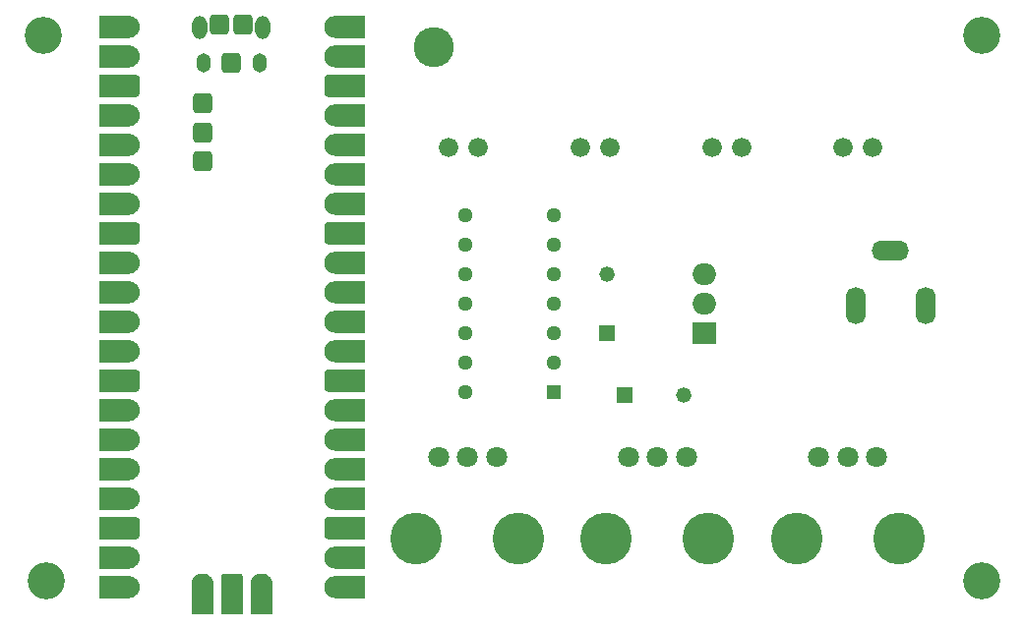
<source format=gbr>
%TF.GenerationSoftware,KiCad,Pcbnew,8.0.4-8.0.4-0~ubuntu22.04.1*%
%TF.CreationDate,2024-07-29T20:28:28-07:00*%
%TF.ProjectId,kraken-pwm-controller,6b72616b-656e-42d7-9077-6d2d636f6e74,rev?*%
%TF.SameCoordinates,Original*%
%TF.FileFunction,Soldermask,Top*%
%TF.FilePolarity,Negative*%
%FSLAX46Y46*%
G04 Gerber Fmt 4.6, Leading zero omitted, Abs format (unit mm)*
G04 Created by KiCad (PCBNEW 8.0.4-8.0.4-0~ubuntu22.04.1) date 2024-07-29 20:28:28*
%MOMM*%
%LPD*%
G01*
G04 APERTURE LIST*
G04 Aperture macros list*
%AMRoundRect*
0 Rectangle with rounded corners*
0 $1 Rounding radius*
0 $2 $3 $4 $5 $6 $7 $8 $9 X,Y pos of 4 corners*
0 Add a 4 corners polygon primitive as box body*
4,1,4,$2,$3,$4,$5,$6,$7,$8,$9,$2,$3,0*
0 Add four circle primitives for the rounded corners*
1,1,$1+$1,$2,$3*
1,1,$1+$1,$4,$5*
1,1,$1+$1,$6,$7*
1,1,$1+$1,$8,$9*
0 Add four rect primitives between the rounded corners*
20,1,$1+$1,$2,$3,$4,$5,0*
20,1,$1+$1,$4,$5,$6,$7,0*
20,1,$1+$1,$6,$7,$8,$9,0*
20,1,$1+$1,$8,$9,$2,$3,0*%
G04 Aperture macros list end*
%ADD10C,0.010000*%
%ADD11C,1.800000*%
%ADD12C,4.460000*%
%ADD13C,1.676400*%
%ADD14C,3.454400*%
%ADD15O,1.712000X3.220000*%
%ADD16O,3.220000X1.712000*%
%ADD17C,3.200000*%
%ADD18R,1.295400X1.295400*%
%ADD19C,1.295400*%
%ADD20R,1.320800X1.320800*%
%ADD21C,1.320800*%
%ADD22O,1.304000X2.004000*%
%ADD23O,1.254000X1.654000*%
%ADD24RoundRect,0.340800X-0.511200X-0.511200X0.511200X-0.511200X0.511200X0.511200X-0.511200X0.511200X0*%
%ADD25R,2.000000X1.905000*%
%ADD26O,2.000000X1.905000*%
G04 APERTURE END LIST*
D10*
%TO.C,U2*%
X85861000Y-62093000D02*
X85908000Y-62097000D01*
X85955000Y-62103000D01*
X86001000Y-62112000D01*
X86047000Y-62123000D01*
X86092000Y-62136000D01*
X86137000Y-62152000D01*
X86180000Y-62170000D01*
X86223000Y-62190000D01*
X86264000Y-62213000D01*
X86304000Y-62237000D01*
X86343000Y-62264000D01*
X86380000Y-62293000D01*
X86416000Y-62323000D01*
X86450000Y-62356000D01*
X86483000Y-62390000D01*
X86513000Y-62426000D01*
X86542000Y-62463000D01*
X86569000Y-62502000D01*
X86593000Y-62542000D01*
X86616000Y-62583000D01*
X86636000Y-62626000D01*
X86654000Y-62669000D01*
X86670000Y-62714000D01*
X86683000Y-62759000D01*
X86694000Y-62805000D01*
X86703000Y-62851000D01*
X86709000Y-62898000D01*
X86713000Y-62945000D01*
X86714000Y-62992000D01*
X86713000Y-63039000D01*
X86709000Y-63086000D01*
X86703000Y-63133000D01*
X86694000Y-63179000D01*
X86683000Y-63225000D01*
X86670000Y-63270000D01*
X86654000Y-63315000D01*
X86636000Y-63358000D01*
X86616000Y-63401000D01*
X86593000Y-63442000D01*
X86569000Y-63482000D01*
X86542000Y-63521000D01*
X86513000Y-63558000D01*
X86483000Y-63594000D01*
X86450000Y-63628000D01*
X86416000Y-63661000D01*
X86380000Y-63691000D01*
X86343000Y-63720000D01*
X86304000Y-63747000D01*
X86264000Y-63771000D01*
X86223000Y-63794000D01*
X86180000Y-63814000D01*
X86137000Y-63832000D01*
X86092000Y-63848000D01*
X86047000Y-63861000D01*
X86001000Y-63872000D01*
X85955000Y-63881000D01*
X85908000Y-63887000D01*
X85861000Y-63891000D01*
X85814000Y-63892000D01*
X83314000Y-63892000D01*
X83314000Y-62092000D01*
X85814000Y-62092000D01*
X85861000Y-62093000D01*
G36*
X85861000Y-62093000D02*
G01*
X85908000Y-62097000D01*
X85955000Y-62103000D01*
X86001000Y-62112000D01*
X86047000Y-62123000D01*
X86092000Y-62136000D01*
X86137000Y-62152000D01*
X86180000Y-62170000D01*
X86223000Y-62190000D01*
X86264000Y-62213000D01*
X86304000Y-62237000D01*
X86343000Y-62264000D01*
X86380000Y-62293000D01*
X86416000Y-62323000D01*
X86450000Y-62356000D01*
X86483000Y-62390000D01*
X86513000Y-62426000D01*
X86542000Y-62463000D01*
X86569000Y-62502000D01*
X86593000Y-62542000D01*
X86616000Y-62583000D01*
X86636000Y-62626000D01*
X86654000Y-62669000D01*
X86670000Y-62714000D01*
X86683000Y-62759000D01*
X86694000Y-62805000D01*
X86703000Y-62851000D01*
X86709000Y-62898000D01*
X86713000Y-62945000D01*
X86714000Y-62992000D01*
X86713000Y-63039000D01*
X86709000Y-63086000D01*
X86703000Y-63133000D01*
X86694000Y-63179000D01*
X86683000Y-63225000D01*
X86670000Y-63270000D01*
X86654000Y-63315000D01*
X86636000Y-63358000D01*
X86616000Y-63401000D01*
X86593000Y-63442000D01*
X86569000Y-63482000D01*
X86542000Y-63521000D01*
X86513000Y-63558000D01*
X86483000Y-63594000D01*
X86450000Y-63628000D01*
X86416000Y-63661000D01*
X86380000Y-63691000D01*
X86343000Y-63720000D01*
X86304000Y-63747000D01*
X86264000Y-63771000D01*
X86223000Y-63794000D01*
X86180000Y-63814000D01*
X86137000Y-63832000D01*
X86092000Y-63848000D01*
X86047000Y-63861000D01*
X86001000Y-63872000D01*
X85955000Y-63881000D01*
X85908000Y-63887000D01*
X85861000Y-63891000D01*
X85814000Y-63892000D01*
X83314000Y-63892000D01*
X83314000Y-62092000D01*
X85814000Y-62092000D01*
X85861000Y-62093000D01*
G37*
X85861000Y-64633000D02*
X85908000Y-64637000D01*
X85955000Y-64643000D01*
X86001000Y-64652000D01*
X86047000Y-64663000D01*
X86092000Y-64676000D01*
X86137000Y-64692000D01*
X86180000Y-64710000D01*
X86223000Y-64730000D01*
X86264000Y-64753000D01*
X86304000Y-64777000D01*
X86343000Y-64804000D01*
X86380000Y-64833000D01*
X86416000Y-64863000D01*
X86450000Y-64896000D01*
X86483000Y-64930000D01*
X86513000Y-64966000D01*
X86542000Y-65003000D01*
X86569000Y-65042000D01*
X86593000Y-65082000D01*
X86616000Y-65123000D01*
X86636000Y-65166000D01*
X86654000Y-65209000D01*
X86670000Y-65254000D01*
X86683000Y-65299000D01*
X86694000Y-65345000D01*
X86703000Y-65391000D01*
X86709000Y-65438000D01*
X86713000Y-65485000D01*
X86714000Y-65532000D01*
X86713000Y-65579000D01*
X86709000Y-65626000D01*
X86703000Y-65673000D01*
X86694000Y-65719000D01*
X86683000Y-65765000D01*
X86670000Y-65810000D01*
X86654000Y-65855000D01*
X86636000Y-65898000D01*
X86616000Y-65941000D01*
X86593000Y-65982000D01*
X86569000Y-66022000D01*
X86542000Y-66061000D01*
X86513000Y-66098000D01*
X86483000Y-66134000D01*
X86450000Y-66168000D01*
X86416000Y-66201000D01*
X86380000Y-66231000D01*
X86343000Y-66260000D01*
X86304000Y-66287000D01*
X86264000Y-66311000D01*
X86223000Y-66334000D01*
X86180000Y-66354000D01*
X86137000Y-66372000D01*
X86092000Y-66388000D01*
X86047000Y-66401000D01*
X86001000Y-66412000D01*
X85955000Y-66421000D01*
X85908000Y-66427000D01*
X85861000Y-66431000D01*
X85814000Y-66432000D01*
X83314000Y-66432000D01*
X83314000Y-64632000D01*
X85814000Y-64632000D01*
X85861000Y-64633000D01*
G36*
X85861000Y-64633000D02*
G01*
X85908000Y-64637000D01*
X85955000Y-64643000D01*
X86001000Y-64652000D01*
X86047000Y-64663000D01*
X86092000Y-64676000D01*
X86137000Y-64692000D01*
X86180000Y-64710000D01*
X86223000Y-64730000D01*
X86264000Y-64753000D01*
X86304000Y-64777000D01*
X86343000Y-64804000D01*
X86380000Y-64833000D01*
X86416000Y-64863000D01*
X86450000Y-64896000D01*
X86483000Y-64930000D01*
X86513000Y-64966000D01*
X86542000Y-65003000D01*
X86569000Y-65042000D01*
X86593000Y-65082000D01*
X86616000Y-65123000D01*
X86636000Y-65166000D01*
X86654000Y-65209000D01*
X86670000Y-65254000D01*
X86683000Y-65299000D01*
X86694000Y-65345000D01*
X86703000Y-65391000D01*
X86709000Y-65438000D01*
X86713000Y-65485000D01*
X86714000Y-65532000D01*
X86713000Y-65579000D01*
X86709000Y-65626000D01*
X86703000Y-65673000D01*
X86694000Y-65719000D01*
X86683000Y-65765000D01*
X86670000Y-65810000D01*
X86654000Y-65855000D01*
X86636000Y-65898000D01*
X86616000Y-65941000D01*
X86593000Y-65982000D01*
X86569000Y-66022000D01*
X86542000Y-66061000D01*
X86513000Y-66098000D01*
X86483000Y-66134000D01*
X86450000Y-66168000D01*
X86416000Y-66201000D01*
X86380000Y-66231000D01*
X86343000Y-66260000D01*
X86304000Y-66287000D01*
X86264000Y-66311000D01*
X86223000Y-66334000D01*
X86180000Y-66354000D01*
X86137000Y-66372000D01*
X86092000Y-66388000D01*
X86047000Y-66401000D01*
X86001000Y-66412000D01*
X85955000Y-66421000D01*
X85908000Y-66427000D01*
X85861000Y-66431000D01*
X85814000Y-66432000D01*
X83314000Y-66432000D01*
X83314000Y-64632000D01*
X85814000Y-64632000D01*
X85861000Y-64633000D01*
G37*
X85861000Y-69713000D02*
X85908000Y-69717000D01*
X85955000Y-69723000D01*
X86001000Y-69732000D01*
X86047000Y-69743000D01*
X86092000Y-69756000D01*
X86137000Y-69772000D01*
X86180000Y-69790000D01*
X86223000Y-69810000D01*
X86264000Y-69833000D01*
X86304000Y-69857000D01*
X86343000Y-69884000D01*
X86380000Y-69913000D01*
X86416000Y-69943000D01*
X86450000Y-69976000D01*
X86483000Y-70010000D01*
X86513000Y-70046000D01*
X86542000Y-70083000D01*
X86569000Y-70122000D01*
X86593000Y-70162000D01*
X86616000Y-70203000D01*
X86636000Y-70246000D01*
X86654000Y-70289000D01*
X86670000Y-70334000D01*
X86683000Y-70379000D01*
X86694000Y-70425000D01*
X86703000Y-70471000D01*
X86709000Y-70518000D01*
X86713000Y-70565000D01*
X86714000Y-70612000D01*
X86713000Y-70659000D01*
X86709000Y-70706000D01*
X86703000Y-70753000D01*
X86694000Y-70799000D01*
X86683000Y-70845000D01*
X86670000Y-70890000D01*
X86654000Y-70935000D01*
X86636000Y-70978000D01*
X86616000Y-71021000D01*
X86593000Y-71062000D01*
X86569000Y-71102000D01*
X86542000Y-71141000D01*
X86513000Y-71178000D01*
X86483000Y-71214000D01*
X86450000Y-71248000D01*
X86416000Y-71281000D01*
X86380000Y-71311000D01*
X86343000Y-71340000D01*
X86304000Y-71367000D01*
X86264000Y-71391000D01*
X86223000Y-71414000D01*
X86180000Y-71434000D01*
X86137000Y-71452000D01*
X86092000Y-71468000D01*
X86047000Y-71481000D01*
X86001000Y-71492000D01*
X85955000Y-71501000D01*
X85908000Y-71507000D01*
X85861000Y-71511000D01*
X85814000Y-71512000D01*
X83314000Y-71512000D01*
X83314000Y-69712000D01*
X85814000Y-69712000D01*
X85861000Y-69713000D01*
G36*
X85861000Y-69713000D02*
G01*
X85908000Y-69717000D01*
X85955000Y-69723000D01*
X86001000Y-69732000D01*
X86047000Y-69743000D01*
X86092000Y-69756000D01*
X86137000Y-69772000D01*
X86180000Y-69790000D01*
X86223000Y-69810000D01*
X86264000Y-69833000D01*
X86304000Y-69857000D01*
X86343000Y-69884000D01*
X86380000Y-69913000D01*
X86416000Y-69943000D01*
X86450000Y-69976000D01*
X86483000Y-70010000D01*
X86513000Y-70046000D01*
X86542000Y-70083000D01*
X86569000Y-70122000D01*
X86593000Y-70162000D01*
X86616000Y-70203000D01*
X86636000Y-70246000D01*
X86654000Y-70289000D01*
X86670000Y-70334000D01*
X86683000Y-70379000D01*
X86694000Y-70425000D01*
X86703000Y-70471000D01*
X86709000Y-70518000D01*
X86713000Y-70565000D01*
X86714000Y-70612000D01*
X86713000Y-70659000D01*
X86709000Y-70706000D01*
X86703000Y-70753000D01*
X86694000Y-70799000D01*
X86683000Y-70845000D01*
X86670000Y-70890000D01*
X86654000Y-70935000D01*
X86636000Y-70978000D01*
X86616000Y-71021000D01*
X86593000Y-71062000D01*
X86569000Y-71102000D01*
X86542000Y-71141000D01*
X86513000Y-71178000D01*
X86483000Y-71214000D01*
X86450000Y-71248000D01*
X86416000Y-71281000D01*
X86380000Y-71311000D01*
X86343000Y-71340000D01*
X86304000Y-71367000D01*
X86264000Y-71391000D01*
X86223000Y-71414000D01*
X86180000Y-71434000D01*
X86137000Y-71452000D01*
X86092000Y-71468000D01*
X86047000Y-71481000D01*
X86001000Y-71492000D01*
X85955000Y-71501000D01*
X85908000Y-71507000D01*
X85861000Y-71511000D01*
X85814000Y-71512000D01*
X83314000Y-71512000D01*
X83314000Y-69712000D01*
X85814000Y-69712000D01*
X85861000Y-69713000D01*
G37*
X85861000Y-72253000D02*
X85908000Y-72257000D01*
X85955000Y-72263000D01*
X86001000Y-72272000D01*
X86047000Y-72283000D01*
X86092000Y-72296000D01*
X86137000Y-72312000D01*
X86180000Y-72330000D01*
X86223000Y-72350000D01*
X86264000Y-72373000D01*
X86304000Y-72397000D01*
X86343000Y-72424000D01*
X86380000Y-72453000D01*
X86416000Y-72483000D01*
X86450000Y-72516000D01*
X86483000Y-72550000D01*
X86513000Y-72586000D01*
X86542000Y-72623000D01*
X86569000Y-72662000D01*
X86593000Y-72702000D01*
X86616000Y-72743000D01*
X86636000Y-72786000D01*
X86654000Y-72829000D01*
X86670000Y-72874000D01*
X86683000Y-72919000D01*
X86694000Y-72965000D01*
X86703000Y-73011000D01*
X86709000Y-73058000D01*
X86713000Y-73105000D01*
X86714000Y-73152000D01*
X86713000Y-73199000D01*
X86709000Y-73246000D01*
X86703000Y-73293000D01*
X86694000Y-73339000D01*
X86683000Y-73385000D01*
X86670000Y-73430000D01*
X86654000Y-73475000D01*
X86636000Y-73518000D01*
X86616000Y-73561000D01*
X86593000Y-73602000D01*
X86569000Y-73642000D01*
X86542000Y-73681000D01*
X86513000Y-73718000D01*
X86483000Y-73754000D01*
X86450000Y-73788000D01*
X86416000Y-73821000D01*
X86380000Y-73851000D01*
X86343000Y-73880000D01*
X86304000Y-73907000D01*
X86264000Y-73931000D01*
X86223000Y-73954000D01*
X86180000Y-73974000D01*
X86137000Y-73992000D01*
X86092000Y-74008000D01*
X86047000Y-74021000D01*
X86001000Y-74032000D01*
X85955000Y-74041000D01*
X85908000Y-74047000D01*
X85861000Y-74051000D01*
X85814000Y-74052000D01*
X83314000Y-74052000D01*
X83314000Y-72252000D01*
X85814000Y-72252000D01*
X85861000Y-72253000D01*
G36*
X85861000Y-72253000D02*
G01*
X85908000Y-72257000D01*
X85955000Y-72263000D01*
X86001000Y-72272000D01*
X86047000Y-72283000D01*
X86092000Y-72296000D01*
X86137000Y-72312000D01*
X86180000Y-72330000D01*
X86223000Y-72350000D01*
X86264000Y-72373000D01*
X86304000Y-72397000D01*
X86343000Y-72424000D01*
X86380000Y-72453000D01*
X86416000Y-72483000D01*
X86450000Y-72516000D01*
X86483000Y-72550000D01*
X86513000Y-72586000D01*
X86542000Y-72623000D01*
X86569000Y-72662000D01*
X86593000Y-72702000D01*
X86616000Y-72743000D01*
X86636000Y-72786000D01*
X86654000Y-72829000D01*
X86670000Y-72874000D01*
X86683000Y-72919000D01*
X86694000Y-72965000D01*
X86703000Y-73011000D01*
X86709000Y-73058000D01*
X86713000Y-73105000D01*
X86714000Y-73152000D01*
X86713000Y-73199000D01*
X86709000Y-73246000D01*
X86703000Y-73293000D01*
X86694000Y-73339000D01*
X86683000Y-73385000D01*
X86670000Y-73430000D01*
X86654000Y-73475000D01*
X86636000Y-73518000D01*
X86616000Y-73561000D01*
X86593000Y-73602000D01*
X86569000Y-73642000D01*
X86542000Y-73681000D01*
X86513000Y-73718000D01*
X86483000Y-73754000D01*
X86450000Y-73788000D01*
X86416000Y-73821000D01*
X86380000Y-73851000D01*
X86343000Y-73880000D01*
X86304000Y-73907000D01*
X86264000Y-73931000D01*
X86223000Y-73954000D01*
X86180000Y-73974000D01*
X86137000Y-73992000D01*
X86092000Y-74008000D01*
X86047000Y-74021000D01*
X86001000Y-74032000D01*
X85955000Y-74041000D01*
X85908000Y-74047000D01*
X85861000Y-74051000D01*
X85814000Y-74052000D01*
X83314000Y-74052000D01*
X83314000Y-72252000D01*
X85814000Y-72252000D01*
X85861000Y-72253000D01*
G37*
X85861000Y-74793000D02*
X85908000Y-74797000D01*
X85955000Y-74803000D01*
X86001000Y-74812000D01*
X86047000Y-74823000D01*
X86092000Y-74836000D01*
X86137000Y-74852000D01*
X86180000Y-74870000D01*
X86223000Y-74890000D01*
X86264000Y-74913000D01*
X86304000Y-74937000D01*
X86343000Y-74964000D01*
X86380000Y-74993000D01*
X86416000Y-75023000D01*
X86450000Y-75056000D01*
X86483000Y-75090000D01*
X86513000Y-75126000D01*
X86542000Y-75163000D01*
X86569000Y-75202000D01*
X86593000Y-75242000D01*
X86616000Y-75283000D01*
X86636000Y-75326000D01*
X86654000Y-75369000D01*
X86670000Y-75414000D01*
X86683000Y-75459000D01*
X86694000Y-75505000D01*
X86703000Y-75551000D01*
X86709000Y-75598000D01*
X86713000Y-75645000D01*
X86714000Y-75692000D01*
X86713000Y-75739000D01*
X86709000Y-75786000D01*
X86703000Y-75833000D01*
X86694000Y-75879000D01*
X86683000Y-75925000D01*
X86670000Y-75970000D01*
X86654000Y-76015000D01*
X86636000Y-76058000D01*
X86616000Y-76101000D01*
X86593000Y-76142000D01*
X86569000Y-76182000D01*
X86542000Y-76221000D01*
X86513000Y-76258000D01*
X86483000Y-76294000D01*
X86450000Y-76328000D01*
X86416000Y-76361000D01*
X86380000Y-76391000D01*
X86343000Y-76420000D01*
X86304000Y-76447000D01*
X86264000Y-76471000D01*
X86223000Y-76494000D01*
X86180000Y-76514000D01*
X86137000Y-76532000D01*
X86092000Y-76548000D01*
X86047000Y-76561000D01*
X86001000Y-76572000D01*
X85955000Y-76581000D01*
X85908000Y-76587000D01*
X85861000Y-76591000D01*
X85814000Y-76592000D01*
X83314000Y-76592000D01*
X83314000Y-74792000D01*
X85814000Y-74792000D01*
X85861000Y-74793000D01*
G36*
X85861000Y-74793000D02*
G01*
X85908000Y-74797000D01*
X85955000Y-74803000D01*
X86001000Y-74812000D01*
X86047000Y-74823000D01*
X86092000Y-74836000D01*
X86137000Y-74852000D01*
X86180000Y-74870000D01*
X86223000Y-74890000D01*
X86264000Y-74913000D01*
X86304000Y-74937000D01*
X86343000Y-74964000D01*
X86380000Y-74993000D01*
X86416000Y-75023000D01*
X86450000Y-75056000D01*
X86483000Y-75090000D01*
X86513000Y-75126000D01*
X86542000Y-75163000D01*
X86569000Y-75202000D01*
X86593000Y-75242000D01*
X86616000Y-75283000D01*
X86636000Y-75326000D01*
X86654000Y-75369000D01*
X86670000Y-75414000D01*
X86683000Y-75459000D01*
X86694000Y-75505000D01*
X86703000Y-75551000D01*
X86709000Y-75598000D01*
X86713000Y-75645000D01*
X86714000Y-75692000D01*
X86713000Y-75739000D01*
X86709000Y-75786000D01*
X86703000Y-75833000D01*
X86694000Y-75879000D01*
X86683000Y-75925000D01*
X86670000Y-75970000D01*
X86654000Y-76015000D01*
X86636000Y-76058000D01*
X86616000Y-76101000D01*
X86593000Y-76142000D01*
X86569000Y-76182000D01*
X86542000Y-76221000D01*
X86513000Y-76258000D01*
X86483000Y-76294000D01*
X86450000Y-76328000D01*
X86416000Y-76361000D01*
X86380000Y-76391000D01*
X86343000Y-76420000D01*
X86304000Y-76447000D01*
X86264000Y-76471000D01*
X86223000Y-76494000D01*
X86180000Y-76514000D01*
X86137000Y-76532000D01*
X86092000Y-76548000D01*
X86047000Y-76561000D01*
X86001000Y-76572000D01*
X85955000Y-76581000D01*
X85908000Y-76587000D01*
X85861000Y-76591000D01*
X85814000Y-76592000D01*
X83314000Y-76592000D01*
X83314000Y-74792000D01*
X85814000Y-74792000D01*
X85861000Y-74793000D01*
G37*
X85861000Y-77333000D02*
X85908000Y-77337000D01*
X85955000Y-77343000D01*
X86001000Y-77352000D01*
X86047000Y-77363000D01*
X86092000Y-77376000D01*
X86137000Y-77392000D01*
X86180000Y-77410000D01*
X86223000Y-77430000D01*
X86264000Y-77453000D01*
X86304000Y-77477000D01*
X86343000Y-77504000D01*
X86380000Y-77533000D01*
X86416000Y-77563000D01*
X86450000Y-77596000D01*
X86483000Y-77630000D01*
X86513000Y-77666000D01*
X86542000Y-77703000D01*
X86569000Y-77742000D01*
X86593000Y-77782000D01*
X86616000Y-77823000D01*
X86636000Y-77866000D01*
X86654000Y-77909000D01*
X86670000Y-77954000D01*
X86683000Y-77999000D01*
X86694000Y-78045000D01*
X86703000Y-78091000D01*
X86709000Y-78138000D01*
X86713000Y-78185000D01*
X86714000Y-78232000D01*
X86713000Y-78279000D01*
X86709000Y-78326000D01*
X86703000Y-78373000D01*
X86694000Y-78419000D01*
X86683000Y-78465000D01*
X86670000Y-78510000D01*
X86654000Y-78555000D01*
X86636000Y-78598000D01*
X86616000Y-78641000D01*
X86593000Y-78682000D01*
X86569000Y-78722000D01*
X86542000Y-78761000D01*
X86513000Y-78798000D01*
X86483000Y-78834000D01*
X86450000Y-78868000D01*
X86416000Y-78901000D01*
X86380000Y-78931000D01*
X86343000Y-78960000D01*
X86304000Y-78987000D01*
X86264000Y-79011000D01*
X86223000Y-79034000D01*
X86180000Y-79054000D01*
X86137000Y-79072000D01*
X86092000Y-79088000D01*
X86047000Y-79101000D01*
X86001000Y-79112000D01*
X85955000Y-79121000D01*
X85908000Y-79127000D01*
X85861000Y-79131000D01*
X85814000Y-79132000D01*
X83314000Y-79132000D01*
X83314000Y-77332000D01*
X85814000Y-77332000D01*
X85861000Y-77333000D01*
G36*
X85861000Y-77333000D02*
G01*
X85908000Y-77337000D01*
X85955000Y-77343000D01*
X86001000Y-77352000D01*
X86047000Y-77363000D01*
X86092000Y-77376000D01*
X86137000Y-77392000D01*
X86180000Y-77410000D01*
X86223000Y-77430000D01*
X86264000Y-77453000D01*
X86304000Y-77477000D01*
X86343000Y-77504000D01*
X86380000Y-77533000D01*
X86416000Y-77563000D01*
X86450000Y-77596000D01*
X86483000Y-77630000D01*
X86513000Y-77666000D01*
X86542000Y-77703000D01*
X86569000Y-77742000D01*
X86593000Y-77782000D01*
X86616000Y-77823000D01*
X86636000Y-77866000D01*
X86654000Y-77909000D01*
X86670000Y-77954000D01*
X86683000Y-77999000D01*
X86694000Y-78045000D01*
X86703000Y-78091000D01*
X86709000Y-78138000D01*
X86713000Y-78185000D01*
X86714000Y-78232000D01*
X86713000Y-78279000D01*
X86709000Y-78326000D01*
X86703000Y-78373000D01*
X86694000Y-78419000D01*
X86683000Y-78465000D01*
X86670000Y-78510000D01*
X86654000Y-78555000D01*
X86636000Y-78598000D01*
X86616000Y-78641000D01*
X86593000Y-78682000D01*
X86569000Y-78722000D01*
X86542000Y-78761000D01*
X86513000Y-78798000D01*
X86483000Y-78834000D01*
X86450000Y-78868000D01*
X86416000Y-78901000D01*
X86380000Y-78931000D01*
X86343000Y-78960000D01*
X86304000Y-78987000D01*
X86264000Y-79011000D01*
X86223000Y-79034000D01*
X86180000Y-79054000D01*
X86137000Y-79072000D01*
X86092000Y-79088000D01*
X86047000Y-79101000D01*
X86001000Y-79112000D01*
X85955000Y-79121000D01*
X85908000Y-79127000D01*
X85861000Y-79131000D01*
X85814000Y-79132000D01*
X83314000Y-79132000D01*
X83314000Y-77332000D01*
X85814000Y-77332000D01*
X85861000Y-77333000D01*
G37*
X85861000Y-82413000D02*
X85908000Y-82417000D01*
X85955000Y-82423000D01*
X86001000Y-82432000D01*
X86047000Y-82443000D01*
X86092000Y-82456000D01*
X86137000Y-82472000D01*
X86180000Y-82490000D01*
X86223000Y-82510000D01*
X86264000Y-82533000D01*
X86304000Y-82557000D01*
X86343000Y-82584000D01*
X86380000Y-82613000D01*
X86416000Y-82643000D01*
X86450000Y-82676000D01*
X86483000Y-82710000D01*
X86513000Y-82746000D01*
X86542000Y-82783000D01*
X86569000Y-82822000D01*
X86593000Y-82862000D01*
X86616000Y-82903000D01*
X86636000Y-82946000D01*
X86654000Y-82989000D01*
X86670000Y-83034000D01*
X86683000Y-83079000D01*
X86694000Y-83125000D01*
X86703000Y-83171000D01*
X86709000Y-83218000D01*
X86713000Y-83265000D01*
X86714000Y-83312000D01*
X86713000Y-83359000D01*
X86709000Y-83406000D01*
X86703000Y-83453000D01*
X86694000Y-83499000D01*
X86683000Y-83545000D01*
X86670000Y-83590000D01*
X86654000Y-83635000D01*
X86636000Y-83678000D01*
X86616000Y-83721000D01*
X86593000Y-83762000D01*
X86569000Y-83802000D01*
X86542000Y-83841000D01*
X86513000Y-83878000D01*
X86483000Y-83914000D01*
X86450000Y-83948000D01*
X86416000Y-83981000D01*
X86380000Y-84011000D01*
X86343000Y-84040000D01*
X86304000Y-84067000D01*
X86264000Y-84091000D01*
X86223000Y-84114000D01*
X86180000Y-84134000D01*
X86137000Y-84152000D01*
X86092000Y-84168000D01*
X86047000Y-84181000D01*
X86001000Y-84192000D01*
X85955000Y-84201000D01*
X85908000Y-84207000D01*
X85861000Y-84211000D01*
X85814000Y-84212000D01*
X83314000Y-84212000D01*
X83314000Y-82412000D01*
X85814000Y-82412000D01*
X85861000Y-82413000D01*
G36*
X85861000Y-82413000D02*
G01*
X85908000Y-82417000D01*
X85955000Y-82423000D01*
X86001000Y-82432000D01*
X86047000Y-82443000D01*
X86092000Y-82456000D01*
X86137000Y-82472000D01*
X86180000Y-82490000D01*
X86223000Y-82510000D01*
X86264000Y-82533000D01*
X86304000Y-82557000D01*
X86343000Y-82584000D01*
X86380000Y-82613000D01*
X86416000Y-82643000D01*
X86450000Y-82676000D01*
X86483000Y-82710000D01*
X86513000Y-82746000D01*
X86542000Y-82783000D01*
X86569000Y-82822000D01*
X86593000Y-82862000D01*
X86616000Y-82903000D01*
X86636000Y-82946000D01*
X86654000Y-82989000D01*
X86670000Y-83034000D01*
X86683000Y-83079000D01*
X86694000Y-83125000D01*
X86703000Y-83171000D01*
X86709000Y-83218000D01*
X86713000Y-83265000D01*
X86714000Y-83312000D01*
X86713000Y-83359000D01*
X86709000Y-83406000D01*
X86703000Y-83453000D01*
X86694000Y-83499000D01*
X86683000Y-83545000D01*
X86670000Y-83590000D01*
X86654000Y-83635000D01*
X86636000Y-83678000D01*
X86616000Y-83721000D01*
X86593000Y-83762000D01*
X86569000Y-83802000D01*
X86542000Y-83841000D01*
X86513000Y-83878000D01*
X86483000Y-83914000D01*
X86450000Y-83948000D01*
X86416000Y-83981000D01*
X86380000Y-84011000D01*
X86343000Y-84040000D01*
X86304000Y-84067000D01*
X86264000Y-84091000D01*
X86223000Y-84114000D01*
X86180000Y-84134000D01*
X86137000Y-84152000D01*
X86092000Y-84168000D01*
X86047000Y-84181000D01*
X86001000Y-84192000D01*
X85955000Y-84201000D01*
X85908000Y-84207000D01*
X85861000Y-84211000D01*
X85814000Y-84212000D01*
X83314000Y-84212000D01*
X83314000Y-82412000D01*
X85814000Y-82412000D01*
X85861000Y-82413000D01*
G37*
X85861000Y-84953000D02*
X85908000Y-84957000D01*
X85955000Y-84963000D01*
X86001000Y-84972000D01*
X86047000Y-84983000D01*
X86092000Y-84996000D01*
X86137000Y-85012000D01*
X86180000Y-85030000D01*
X86223000Y-85050000D01*
X86264000Y-85073000D01*
X86304000Y-85097000D01*
X86343000Y-85124000D01*
X86380000Y-85153000D01*
X86416000Y-85183000D01*
X86450000Y-85216000D01*
X86483000Y-85250000D01*
X86513000Y-85286000D01*
X86542000Y-85323000D01*
X86569000Y-85362000D01*
X86593000Y-85402000D01*
X86616000Y-85443000D01*
X86636000Y-85486000D01*
X86654000Y-85529000D01*
X86670000Y-85574000D01*
X86683000Y-85619000D01*
X86694000Y-85665000D01*
X86703000Y-85711000D01*
X86709000Y-85758000D01*
X86713000Y-85805000D01*
X86714000Y-85852000D01*
X86713000Y-85899000D01*
X86709000Y-85946000D01*
X86703000Y-85993000D01*
X86694000Y-86039000D01*
X86683000Y-86085000D01*
X86670000Y-86130000D01*
X86654000Y-86175000D01*
X86636000Y-86218000D01*
X86616000Y-86261000D01*
X86593000Y-86302000D01*
X86569000Y-86342000D01*
X86542000Y-86381000D01*
X86513000Y-86418000D01*
X86483000Y-86454000D01*
X86450000Y-86488000D01*
X86416000Y-86521000D01*
X86380000Y-86551000D01*
X86343000Y-86580000D01*
X86304000Y-86607000D01*
X86264000Y-86631000D01*
X86223000Y-86654000D01*
X86180000Y-86674000D01*
X86137000Y-86692000D01*
X86092000Y-86708000D01*
X86047000Y-86721000D01*
X86001000Y-86732000D01*
X85955000Y-86741000D01*
X85908000Y-86747000D01*
X85861000Y-86751000D01*
X85814000Y-86752000D01*
X83314000Y-86752000D01*
X83314000Y-84952000D01*
X85814000Y-84952000D01*
X85861000Y-84953000D01*
G36*
X85861000Y-84953000D02*
G01*
X85908000Y-84957000D01*
X85955000Y-84963000D01*
X86001000Y-84972000D01*
X86047000Y-84983000D01*
X86092000Y-84996000D01*
X86137000Y-85012000D01*
X86180000Y-85030000D01*
X86223000Y-85050000D01*
X86264000Y-85073000D01*
X86304000Y-85097000D01*
X86343000Y-85124000D01*
X86380000Y-85153000D01*
X86416000Y-85183000D01*
X86450000Y-85216000D01*
X86483000Y-85250000D01*
X86513000Y-85286000D01*
X86542000Y-85323000D01*
X86569000Y-85362000D01*
X86593000Y-85402000D01*
X86616000Y-85443000D01*
X86636000Y-85486000D01*
X86654000Y-85529000D01*
X86670000Y-85574000D01*
X86683000Y-85619000D01*
X86694000Y-85665000D01*
X86703000Y-85711000D01*
X86709000Y-85758000D01*
X86713000Y-85805000D01*
X86714000Y-85852000D01*
X86713000Y-85899000D01*
X86709000Y-85946000D01*
X86703000Y-85993000D01*
X86694000Y-86039000D01*
X86683000Y-86085000D01*
X86670000Y-86130000D01*
X86654000Y-86175000D01*
X86636000Y-86218000D01*
X86616000Y-86261000D01*
X86593000Y-86302000D01*
X86569000Y-86342000D01*
X86542000Y-86381000D01*
X86513000Y-86418000D01*
X86483000Y-86454000D01*
X86450000Y-86488000D01*
X86416000Y-86521000D01*
X86380000Y-86551000D01*
X86343000Y-86580000D01*
X86304000Y-86607000D01*
X86264000Y-86631000D01*
X86223000Y-86654000D01*
X86180000Y-86674000D01*
X86137000Y-86692000D01*
X86092000Y-86708000D01*
X86047000Y-86721000D01*
X86001000Y-86732000D01*
X85955000Y-86741000D01*
X85908000Y-86747000D01*
X85861000Y-86751000D01*
X85814000Y-86752000D01*
X83314000Y-86752000D01*
X83314000Y-84952000D01*
X85814000Y-84952000D01*
X85861000Y-84953000D01*
G37*
X85861000Y-87493000D02*
X85908000Y-87497000D01*
X85955000Y-87503000D01*
X86001000Y-87512000D01*
X86047000Y-87523000D01*
X86092000Y-87536000D01*
X86137000Y-87552000D01*
X86180000Y-87570000D01*
X86223000Y-87590000D01*
X86264000Y-87613000D01*
X86304000Y-87637000D01*
X86343000Y-87664000D01*
X86380000Y-87693000D01*
X86416000Y-87723000D01*
X86450000Y-87756000D01*
X86483000Y-87790000D01*
X86513000Y-87826000D01*
X86542000Y-87863000D01*
X86569000Y-87902000D01*
X86593000Y-87942000D01*
X86616000Y-87983000D01*
X86636000Y-88026000D01*
X86654000Y-88069000D01*
X86670000Y-88114000D01*
X86683000Y-88159000D01*
X86694000Y-88205000D01*
X86703000Y-88251000D01*
X86709000Y-88298000D01*
X86713000Y-88345000D01*
X86714000Y-88392000D01*
X86713000Y-88439000D01*
X86709000Y-88486000D01*
X86703000Y-88533000D01*
X86694000Y-88579000D01*
X86683000Y-88625000D01*
X86670000Y-88670000D01*
X86654000Y-88715000D01*
X86636000Y-88758000D01*
X86616000Y-88801000D01*
X86593000Y-88842000D01*
X86569000Y-88882000D01*
X86542000Y-88921000D01*
X86513000Y-88958000D01*
X86483000Y-88994000D01*
X86450000Y-89028000D01*
X86416000Y-89061000D01*
X86380000Y-89091000D01*
X86343000Y-89120000D01*
X86304000Y-89147000D01*
X86264000Y-89171000D01*
X86223000Y-89194000D01*
X86180000Y-89214000D01*
X86137000Y-89232000D01*
X86092000Y-89248000D01*
X86047000Y-89261000D01*
X86001000Y-89272000D01*
X85955000Y-89281000D01*
X85908000Y-89287000D01*
X85861000Y-89291000D01*
X85814000Y-89292000D01*
X83314000Y-89292000D01*
X83314000Y-87492000D01*
X85814000Y-87492000D01*
X85861000Y-87493000D01*
G36*
X85861000Y-87493000D02*
G01*
X85908000Y-87497000D01*
X85955000Y-87503000D01*
X86001000Y-87512000D01*
X86047000Y-87523000D01*
X86092000Y-87536000D01*
X86137000Y-87552000D01*
X86180000Y-87570000D01*
X86223000Y-87590000D01*
X86264000Y-87613000D01*
X86304000Y-87637000D01*
X86343000Y-87664000D01*
X86380000Y-87693000D01*
X86416000Y-87723000D01*
X86450000Y-87756000D01*
X86483000Y-87790000D01*
X86513000Y-87826000D01*
X86542000Y-87863000D01*
X86569000Y-87902000D01*
X86593000Y-87942000D01*
X86616000Y-87983000D01*
X86636000Y-88026000D01*
X86654000Y-88069000D01*
X86670000Y-88114000D01*
X86683000Y-88159000D01*
X86694000Y-88205000D01*
X86703000Y-88251000D01*
X86709000Y-88298000D01*
X86713000Y-88345000D01*
X86714000Y-88392000D01*
X86713000Y-88439000D01*
X86709000Y-88486000D01*
X86703000Y-88533000D01*
X86694000Y-88579000D01*
X86683000Y-88625000D01*
X86670000Y-88670000D01*
X86654000Y-88715000D01*
X86636000Y-88758000D01*
X86616000Y-88801000D01*
X86593000Y-88842000D01*
X86569000Y-88882000D01*
X86542000Y-88921000D01*
X86513000Y-88958000D01*
X86483000Y-88994000D01*
X86450000Y-89028000D01*
X86416000Y-89061000D01*
X86380000Y-89091000D01*
X86343000Y-89120000D01*
X86304000Y-89147000D01*
X86264000Y-89171000D01*
X86223000Y-89194000D01*
X86180000Y-89214000D01*
X86137000Y-89232000D01*
X86092000Y-89248000D01*
X86047000Y-89261000D01*
X86001000Y-89272000D01*
X85955000Y-89281000D01*
X85908000Y-89287000D01*
X85861000Y-89291000D01*
X85814000Y-89292000D01*
X83314000Y-89292000D01*
X83314000Y-87492000D01*
X85814000Y-87492000D01*
X85861000Y-87493000D01*
G37*
X85861000Y-90033000D02*
X85908000Y-90037000D01*
X85955000Y-90043000D01*
X86001000Y-90052000D01*
X86047000Y-90063000D01*
X86092000Y-90076000D01*
X86137000Y-90092000D01*
X86180000Y-90110000D01*
X86223000Y-90130000D01*
X86264000Y-90153000D01*
X86304000Y-90177000D01*
X86343000Y-90204000D01*
X86380000Y-90233000D01*
X86416000Y-90263000D01*
X86450000Y-90296000D01*
X86483000Y-90330000D01*
X86513000Y-90366000D01*
X86542000Y-90403000D01*
X86569000Y-90442000D01*
X86593000Y-90482000D01*
X86616000Y-90523000D01*
X86636000Y-90566000D01*
X86654000Y-90609000D01*
X86670000Y-90654000D01*
X86683000Y-90699000D01*
X86694000Y-90745000D01*
X86703000Y-90791000D01*
X86709000Y-90838000D01*
X86713000Y-90885000D01*
X86714000Y-90932000D01*
X86713000Y-90979000D01*
X86709000Y-91026000D01*
X86703000Y-91073000D01*
X86694000Y-91119000D01*
X86683000Y-91165000D01*
X86670000Y-91210000D01*
X86654000Y-91255000D01*
X86636000Y-91298000D01*
X86616000Y-91341000D01*
X86593000Y-91382000D01*
X86569000Y-91422000D01*
X86542000Y-91461000D01*
X86513000Y-91498000D01*
X86483000Y-91534000D01*
X86450000Y-91568000D01*
X86416000Y-91601000D01*
X86380000Y-91631000D01*
X86343000Y-91660000D01*
X86304000Y-91687000D01*
X86264000Y-91711000D01*
X86223000Y-91734000D01*
X86180000Y-91754000D01*
X86137000Y-91772000D01*
X86092000Y-91788000D01*
X86047000Y-91801000D01*
X86001000Y-91812000D01*
X85955000Y-91821000D01*
X85908000Y-91827000D01*
X85861000Y-91831000D01*
X85814000Y-91832000D01*
X83314000Y-91832000D01*
X83314000Y-90032000D01*
X85814000Y-90032000D01*
X85861000Y-90033000D01*
G36*
X85861000Y-90033000D02*
G01*
X85908000Y-90037000D01*
X85955000Y-90043000D01*
X86001000Y-90052000D01*
X86047000Y-90063000D01*
X86092000Y-90076000D01*
X86137000Y-90092000D01*
X86180000Y-90110000D01*
X86223000Y-90130000D01*
X86264000Y-90153000D01*
X86304000Y-90177000D01*
X86343000Y-90204000D01*
X86380000Y-90233000D01*
X86416000Y-90263000D01*
X86450000Y-90296000D01*
X86483000Y-90330000D01*
X86513000Y-90366000D01*
X86542000Y-90403000D01*
X86569000Y-90442000D01*
X86593000Y-90482000D01*
X86616000Y-90523000D01*
X86636000Y-90566000D01*
X86654000Y-90609000D01*
X86670000Y-90654000D01*
X86683000Y-90699000D01*
X86694000Y-90745000D01*
X86703000Y-90791000D01*
X86709000Y-90838000D01*
X86713000Y-90885000D01*
X86714000Y-90932000D01*
X86713000Y-90979000D01*
X86709000Y-91026000D01*
X86703000Y-91073000D01*
X86694000Y-91119000D01*
X86683000Y-91165000D01*
X86670000Y-91210000D01*
X86654000Y-91255000D01*
X86636000Y-91298000D01*
X86616000Y-91341000D01*
X86593000Y-91382000D01*
X86569000Y-91422000D01*
X86542000Y-91461000D01*
X86513000Y-91498000D01*
X86483000Y-91534000D01*
X86450000Y-91568000D01*
X86416000Y-91601000D01*
X86380000Y-91631000D01*
X86343000Y-91660000D01*
X86304000Y-91687000D01*
X86264000Y-91711000D01*
X86223000Y-91734000D01*
X86180000Y-91754000D01*
X86137000Y-91772000D01*
X86092000Y-91788000D01*
X86047000Y-91801000D01*
X86001000Y-91812000D01*
X85955000Y-91821000D01*
X85908000Y-91827000D01*
X85861000Y-91831000D01*
X85814000Y-91832000D01*
X83314000Y-91832000D01*
X83314000Y-90032000D01*
X85814000Y-90032000D01*
X85861000Y-90033000D01*
G37*
X85861000Y-95113000D02*
X85908000Y-95117000D01*
X85955000Y-95123000D01*
X86001000Y-95132000D01*
X86047000Y-95143000D01*
X86092000Y-95156000D01*
X86137000Y-95172000D01*
X86180000Y-95190000D01*
X86223000Y-95210000D01*
X86264000Y-95233000D01*
X86304000Y-95257000D01*
X86343000Y-95284000D01*
X86380000Y-95313000D01*
X86416000Y-95343000D01*
X86450000Y-95376000D01*
X86483000Y-95410000D01*
X86513000Y-95446000D01*
X86542000Y-95483000D01*
X86569000Y-95522000D01*
X86593000Y-95562000D01*
X86616000Y-95603000D01*
X86636000Y-95646000D01*
X86654000Y-95689000D01*
X86670000Y-95734000D01*
X86683000Y-95779000D01*
X86694000Y-95825000D01*
X86703000Y-95871000D01*
X86709000Y-95918000D01*
X86713000Y-95965000D01*
X86714000Y-96012000D01*
X86713000Y-96059000D01*
X86709000Y-96106000D01*
X86703000Y-96153000D01*
X86694000Y-96199000D01*
X86683000Y-96245000D01*
X86670000Y-96290000D01*
X86654000Y-96335000D01*
X86636000Y-96378000D01*
X86616000Y-96421000D01*
X86593000Y-96462000D01*
X86569000Y-96502000D01*
X86542000Y-96541000D01*
X86513000Y-96578000D01*
X86483000Y-96614000D01*
X86450000Y-96648000D01*
X86416000Y-96681000D01*
X86380000Y-96711000D01*
X86343000Y-96740000D01*
X86304000Y-96767000D01*
X86264000Y-96791000D01*
X86223000Y-96814000D01*
X86180000Y-96834000D01*
X86137000Y-96852000D01*
X86092000Y-96868000D01*
X86047000Y-96881000D01*
X86001000Y-96892000D01*
X85955000Y-96901000D01*
X85908000Y-96907000D01*
X85861000Y-96911000D01*
X85814000Y-96912000D01*
X83314000Y-96912000D01*
X83314000Y-95112000D01*
X85814000Y-95112000D01*
X85861000Y-95113000D01*
G36*
X85861000Y-95113000D02*
G01*
X85908000Y-95117000D01*
X85955000Y-95123000D01*
X86001000Y-95132000D01*
X86047000Y-95143000D01*
X86092000Y-95156000D01*
X86137000Y-95172000D01*
X86180000Y-95190000D01*
X86223000Y-95210000D01*
X86264000Y-95233000D01*
X86304000Y-95257000D01*
X86343000Y-95284000D01*
X86380000Y-95313000D01*
X86416000Y-95343000D01*
X86450000Y-95376000D01*
X86483000Y-95410000D01*
X86513000Y-95446000D01*
X86542000Y-95483000D01*
X86569000Y-95522000D01*
X86593000Y-95562000D01*
X86616000Y-95603000D01*
X86636000Y-95646000D01*
X86654000Y-95689000D01*
X86670000Y-95734000D01*
X86683000Y-95779000D01*
X86694000Y-95825000D01*
X86703000Y-95871000D01*
X86709000Y-95918000D01*
X86713000Y-95965000D01*
X86714000Y-96012000D01*
X86713000Y-96059000D01*
X86709000Y-96106000D01*
X86703000Y-96153000D01*
X86694000Y-96199000D01*
X86683000Y-96245000D01*
X86670000Y-96290000D01*
X86654000Y-96335000D01*
X86636000Y-96378000D01*
X86616000Y-96421000D01*
X86593000Y-96462000D01*
X86569000Y-96502000D01*
X86542000Y-96541000D01*
X86513000Y-96578000D01*
X86483000Y-96614000D01*
X86450000Y-96648000D01*
X86416000Y-96681000D01*
X86380000Y-96711000D01*
X86343000Y-96740000D01*
X86304000Y-96767000D01*
X86264000Y-96791000D01*
X86223000Y-96814000D01*
X86180000Y-96834000D01*
X86137000Y-96852000D01*
X86092000Y-96868000D01*
X86047000Y-96881000D01*
X86001000Y-96892000D01*
X85955000Y-96901000D01*
X85908000Y-96907000D01*
X85861000Y-96911000D01*
X85814000Y-96912000D01*
X83314000Y-96912000D01*
X83314000Y-95112000D01*
X85814000Y-95112000D01*
X85861000Y-95113000D01*
G37*
X85861000Y-97653000D02*
X85908000Y-97657000D01*
X85955000Y-97663000D01*
X86001000Y-97672000D01*
X86047000Y-97683000D01*
X86092000Y-97696000D01*
X86137000Y-97712000D01*
X86180000Y-97730000D01*
X86223000Y-97750000D01*
X86264000Y-97773000D01*
X86304000Y-97797000D01*
X86343000Y-97824000D01*
X86380000Y-97853000D01*
X86416000Y-97883000D01*
X86450000Y-97916000D01*
X86483000Y-97950000D01*
X86513000Y-97986000D01*
X86542000Y-98023000D01*
X86569000Y-98062000D01*
X86593000Y-98102000D01*
X86616000Y-98143000D01*
X86636000Y-98186000D01*
X86654000Y-98229000D01*
X86670000Y-98274000D01*
X86683000Y-98319000D01*
X86694000Y-98365000D01*
X86703000Y-98411000D01*
X86709000Y-98458000D01*
X86713000Y-98505000D01*
X86714000Y-98552000D01*
X86713000Y-98599000D01*
X86709000Y-98646000D01*
X86703000Y-98693000D01*
X86694000Y-98739000D01*
X86683000Y-98785000D01*
X86670000Y-98830000D01*
X86654000Y-98875000D01*
X86636000Y-98918000D01*
X86616000Y-98961000D01*
X86593000Y-99002000D01*
X86569000Y-99042000D01*
X86542000Y-99081000D01*
X86513000Y-99118000D01*
X86483000Y-99154000D01*
X86450000Y-99188000D01*
X86416000Y-99221000D01*
X86380000Y-99251000D01*
X86343000Y-99280000D01*
X86304000Y-99307000D01*
X86264000Y-99331000D01*
X86223000Y-99354000D01*
X86180000Y-99374000D01*
X86137000Y-99392000D01*
X86092000Y-99408000D01*
X86047000Y-99421000D01*
X86001000Y-99432000D01*
X85955000Y-99441000D01*
X85908000Y-99447000D01*
X85861000Y-99451000D01*
X85814000Y-99452000D01*
X83314000Y-99452000D01*
X83314000Y-97652000D01*
X85814000Y-97652000D01*
X85861000Y-97653000D01*
G36*
X85861000Y-97653000D02*
G01*
X85908000Y-97657000D01*
X85955000Y-97663000D01*
X86001000Y-97672000D01*
X86047000Y-97683000D01*
X86092000Y-97696000D01*
X86137000Y-97712000D01*
X86180000Y-97730000D01*
X86223000Y-97750000D01*
X86264000Y-97773000D01*
X86304000Y-97797000D01*
X86343000Y-97824000D01*
X86380000Y-97853000D01*
X86416000Y-97883000D01*
X86450000Y-97916000D01*
X86483000Y-97950000D01*
X86513000Y-97986000D01*
X86542000Y-98023000D01*
X86569000Y-98062000D01*
X86593000Y-98102000D01*
X86616000Y-98143000D01*
X86636000Y-98186000D01*
X86654000Y-98229000D01*
X86670000Y-98274000D01*
X86683000Y-98319000D01*
X86694000Y-98365000D01*
X86703000Y-98411000D01*
X86709000Y-98458000D01*
X86713000Y-98505000D01*
X86714000Y-98552000D01*
X86713000Y-98599000D01*
X86709000Y-98646000D01*
X86703000Y-98693000D01*
X86694000Y-98739000D01*
X86683000Y-98785000D01*
X86670000Y-98830000D01*
X86654000Y-98875000D01*
X86636000Y-98918000D01*
X86616000Y-98961000D01*
X86593000Y-99002000D01*
X86569000Y-99042000D01*
X86542000Y-99081000D01*
X86513000Y-99118000D01*
X86483000Y-99154000D01*
X86450000Y-99188000D01*
X86416000Y-99221000D01*
X86380000Y-99251000D01*
X86343000Y-99280000D01*
X86304000Y-99307000D01*
X86264000Y-99331000D01*
X86223000Y-99354000D01*
X86180000Y-99374000D01*
X86137000Y-99392000D01*
X86092000Y-99408000D01*
X86047000Y-99421000D01*
X86001000Y-99432000D01*
X85955000Y-99441000D01*
X85908000Y-99447000D01*
X85861000Y-99451000D01*
X85814000Y-99452000D01*
X83314000Y-99452000D01*
X83314000Y-97652000D01*
X85814000Y-97652000D01*
X85861000Y-97653000D01*
G37*
X85861000Y-100193000D02*
X85908000Y-100197000D01*
X85955000Y-100203000D01*
X86001000Y-100212000D01*
X86047000Y-100223000D01*
X86092000Y-100236000D01*
X86137000Y-100252000D01*
X86180000Y-100270000D01*
X86223000Y-100290000D01*
X86264000Y-100313000D01*
X86304000Y-100337000D01*
X86343000Y-100364000D01*
X86380000Y-100393000D01*
X86416000Y-100423000D01*
X86450000Y-100456000D01*
X86483000Y-100490000D01*
X86513000Y-100526000D01*
X86542000Y-100563000D01*
X86569000Y-100602000D01*
X86593000Y-100642000D01*
X86616000Y-100683000D01*
X86636000Y-100726000D01*
X86654000Y-100769000D01*
X86670000Y-100814000D01*
X86683000Y-100859000D01*
X86694000Y-100905000D01*
X86703000Y-100951000D01*
X86709000Y-100998000D01*
X86713000Y-101045000D01*
X86714000Y-101092000D01*
X86713000Y-101139000D01*
X86709000Y-101186000D01*
X86703000Y-101233000D01*
X86694000Y-101279000D01*
X86683000Y-101325000D01*
X86670000Y-101370000D01*
X86654000Y-101415000D01*
X86636000Y-101458000D01*
X86616000Y-101501000D01*
X86593000Y-101542000D01*
X86569000Y-101582000D01*
X86542000Y-101621000D01*
X86513000Y-101658000D01*
X86483000Y-101694000D01*
X86450000Y-101728000D01*
X86416000Y-101761000D01*
X86380000Y-101791000D01*
X86343000Y-101820000D01*
X86304000Y-101847000D01*
X86264000Y-101871000D01*
X86223000Y-101894000D01*
X86180000Y-101914000D01*
X86137000Y-101932000D01*
X86092000Y-101948000D01*
X86047000Y-101961000D01*
X86001000Y-101972000D01*
X85955000Y-101981000D01*
X85908000Y-101987000D01*
X85861000Y-101991000D01*
X85814000Y-101992000D01*
X83314000Y-101992000D01*
X83314000Y-100192000D01*
X85814000Y-100192000D01*
X85861000Y-100193000D01*
G36*
X85861000Y-100193000D02*
G01*
X85908000Y-100197000D01*
X85955000Y-100203000D01*
X86001000Y-100212000D01*
X86047000Y-100223000D01*
X86092000Y-100236000D01*
X86137000Y-100252000D01*
X86180000Y-100270000D01*
X86223000Y-100290000D01*
X86264000Y-100313000D01*
X86304000Y-100337000D01*
X86343000Y-100364000D01*
X86380000Y-100393000D01*
X86416000Y-100423000D01*
X86450000Y-100456000D01*
X86483000Y-100490000D01*
X86513000Y-100526000D01*
X86542000Y-100563000D01*
X86569000Y-100602000D01*
X86593000Y-100642000D01*
X86616000Y-100683000D01*
X86636000Y-100726000D01*
X86654000Y-100769000D01*
X86670000Y-100814000D01*
X86683000Y-100859000D01*
X86694000Y-100905000D01*
X86703000Y-100951000D01*
X86709000Y-100998000D01*
X86713000Y-101045000D01*
X86714000Y-101092000D01*
X86713000Y-101139000D01*
X86709000Y-101186000D01*
X86703000Y-101233000D01*
X86694000Y-101279000D01*
X86683000Y-101325000D01*
X86670000Y-101370000D01*
X86654000Y-101415000D01*
X86636000Y-101458000D01*
X86616000Y-101501000D01*
X86593000Y-101542000D01*
X86569000Y-101582000D01*
X86542000Y-101621000D01*
X86513000Y-101658000D01*
X86483000Y-101694000D01*
X86450000Y-101728000D01*
X86416000Y-101761000D01*
X86380000Y-101791000D01*
X86343000Y-101820000D01*
X86304000Y-101847000D01*
X86264000Y-101871000D01*
X86223000Y-101894000D01*
X86180000Y-101914000D01*
X86137000Y-101932000D01*
X86092000Y-101948000D01*
X86047000Y-101961000D01*
X86001000Y-101972000D01*
X85955000Y-101981000D01*
X85908000Y-101987000D01*
X85861000Y-101991000D01*
X85814000Y-101992000D01*
X83314000Y-101992000D01*
X83314000Y-100192000D01*
X85814000Y-100192000D01*
X85861000Y-100193000D01*
G37*
X85861000Y-102733000D02*
X85908000Y-102737000D01*
X85955000Y-102743000D01*
X86001000Y-102752000D01*
X86047000Y-102763000D01*
X86092000Y-102776000D01*
X86137000Y-102792000D01*
X86180000Y-102810000D01*
X86223000Y-102830000D01*
X86264000Y-102853000D01*
X86304000Y-102877000D01*
X86343000Y-102904000D01*
X86380000Y-102933000D01*
X86416000Y-102963000D01*
X86450000Y-102996000D01*
X86483000Y-103030000D01*
X86513000Y-103066000D01*
X86542000Y-103103000D01*
X86569000Y-103142000D01*
X86593000Y-103182000D01*
X86616000Y-103223000D01*
X86636000Y-103266000D01*
X86654000Y-103309000D01*
X86670000Y-103354000D01*
X86683000Y-103399000D01*
X86694000Y-103445000D01*
X86703000Y-103491000D01*
X86709000Y-103538000D01*
X86713000Y-103585000D01*
X86714000Y-103632000D01*
X86713000Y-103679000D01*
X86709000Y-103726000D01*
X86703000Y-103773000D01*
X86694000Y-103819000D01*
X86683000Y-103865000D01*
X86670000Y-103910000D01*
X86654000Y-103955000D01*
X86636000Y-103998000D01*
X86616000Y-104041000D01*
X86593000Y-104082000D01*
X86569000Y-104122000D01*
X86542000Y-104161000D01*
X86513000Y-104198000D01*
X86483000Y-104234000D01*
X86450000Y-104268000D01*
X86416000Y-104301000D01*
X86380000Y-104331000D01*
X86343000Y-104360000D01*
X86304000Y-104387000D01*
X86264000Y-104411000D01*
X86223000Y-104434000D01*
X86180000Y-104454000D01*
X86137000Y-104472000D01*
X86092000Y-104488000D01*
X86047000Y-104501000D01*
X86001000Y-104512000D01*
X85955000Y-104521000D01*
X85908000Y-104527000D01*
X85861000Y-104531000D01*
X85814000Y-104532000D01*
X83314000Y-104532000D01*
X83314000Y-102732000D01*
X85814000Y-102732000D01*
X85861000Y-102733000D01*
G36*
X85861000Y-102733000D02*
G01*
X85908000Y-102737000D01*
X85955000Y-102743000D01*
X86001000Y-102752000D01*
X86047000Y-102763000D01*
X86092000Y-102776000D01*
X86137000Y-102792000D01*
X86180000Y-102810000D01*
X86223000Y-102830000D01*
X86264000Y-102853000D01*
X86304000Y-102877000D01*
X86343000Y-102904000D01*
X86380000Y-102933000D01*
X86416000Y-102963000D01*
X86450000Y-102996000D01*
X86483000Y-103030000D01*
X86513000Y-103066000D01*
X86542000Y-103103000D01*
X86569000Y-103142000D01*
X86593000Y-103182000D01*
X86616000Y-103223000D01*
X86636000Y-103266000D01*
X86654000Y-103309000D01*
X86670000Y-103354000D01*
X86683000Y-103399000D01*
X86694000Y-103445000D01*
X86703000Y-103491000D01*
X86709000Y-103538000D01*
X86713000Y-103585000D01*
X86714000Y-103632000D01*
X86713000Y-103679000D01*
X86709000Y-103726000D01*
X86703000Y-103773000D01*
X86694000Y-103819000D01*
X86683000Y-103865000D01*
X86670000Y-103910000D01*
X86654000Y-103955000D01*
X86636000Y-103998000D01*
X86616000Y-104041000D01*
X86593000Y-104082000D01*
X86569000Y-104122000D01*
X86542000Y-104161000D01*
X86513000Y-104198000D01*
X86483000Y-104234000D01*
X86450000Y-104268000D01*
X86416000Y-104301000D01*
X86380000Y-104331000D01*
X86343000Y-104360000D01*
X86304000Y-104387000D01*
X86264000Y-104411000D01*
X86223000Y-104434000D01*
X86180000Y-104454000D01*
X86137000Y-104472000D01*
X86092000Y-104488000D01*
X86047000Y-104501000D01*
X86001000Y-104512000D01*
X85955000Y-104521000D01*
X85908000Y-104527000D01*
X85861000Y-104531000D01*
X85814000Y-104532000D01*
X83314000Y-104532000D01*
X83314000Y-102732000D01*
X85814000Y-102732000D01*
X85861000Y-102733000D01*
G37*
X85861000Y-107813000D02*
X85908000Y-107817000D01*
X85955000Y-107823000D01*
X86001000Y-107832000D01*
X86047000Y-107843000D01*
X86092000Y-107856000D01*
X86137000Y-107872000D01*
X86180000Y-107890000D01*
X86223000Y-107910000D01*
X86264000Y-107933000D01*
X86304000Y-107957000D01*
X86343000Y-107984000D01*
X86380000Y-108013000D01*
X86416000Y-108043000D01*
X86450000Y-108076000D01*
X86483000Y-108110000D01*
X86513000Y-108146000D01*
X86542000Y-108183000D01*
X86569000Y-108222000D01*
X86593000Y-108262000D01*
X86616000Y-108303000D01*
X86636000Y-108346000D01*
X86654000Y-108389000D01*
X86670000Y-108434000D01*
X86683000Y-108479000D01*
X86694000Y-108525000D01*
X86703000Y-108571000D01*
X86709000Y-108618000D01*
X86713000Y-108665000D01*
X86714000Y-108712000D01*
X86713000Y-108759000D01*
X86709000Y-108806000D01*
X86703000Y-108853000D01*
X86694000Y-108899000D01*
X86683000Y-108945000D01*
X86670000Y-108990000D01*
X86654000Y-109035000D01*
X86636000Y-109078000D01*
X86616000Y-109121000D01*
X86593000Y-109162000D01*
X86569000Y-109202000D01*
X86542000Y-109241000D01*
X86513000Y-109278000D01*
X86483000Y-109314000D01*
X86450000Y-109348000D01*
X86416000Y-109381000D01*
X86380000Y-109411000D01*
X86343000Y-109440000D01*
X86304000Y-109467000D01*
X86264000Y-109491000D01*
X86223000Y-109514000D01*
X86180000Y-109534000D01*
X86137000Y-109552000D01*
X86092000Y-109568000D01*
X86047000Y-109581000D01*
X86001000Y-109592000D01*
X85955000Y-109601000D01*
X85908000Y-109607000D01*
X85861000Y-109611000D01*
X85814000Y-109612000D01*
X83314000Y-109612000D01*
X83314000Y-107812000D01*
X85814000Y-107812000D01*
X85861000Y-107813000D01*
G36*
X85861000Y-107813000D02*
G01*
X85908000Y-107817000D01*
X85955000Y-107823000D01*
X86001000Y-107832000D01*
X86047000Y-107843000D01*
X86092000Y-107856000D01*
X86137000Y-107872000D01*
X86180000Y-107890000D01*
X86223000Y-107910000D01*
X86264000Y-107933000D01*
X86304000Y-107957000D01*
X86343000Y-107984000D01*
X86380000Y-108013000D01*
X86416000Y-108043000D01*
X86450000Y-108076000D01*
X86483000Y-108110000D01*
X86513000Y-108146000D01*
X86542000Y-108183000D01*
X86569000Y-108222000D01*
X86593000Y-108262000D01*
X86616000Y-108303000D01*
X86636000Y-108346000D01*
X86654000Y-108389000D01*
X86670000Y-108434000D01*
X86683000Y-108479000D01*
X86694000Y-108525000D01*
X86703000Y-108571000D01*
X86709000Y-108618000D01*
X86713000Y-108665000D01*
X86714000Y-108712000D01*
X86713000Y-108759000D01*
X86709000Y-108806000D01*
X86703000Y-108853000D01*
X86694000Y-108899000D01*
X86683000Y-108945000D01*
X86670000Y-108990000D01*
X86654000Y-109035000D01*
X86636000Y-109078000D01*
X86616000Y-109121000D01*
X86593000Y-109162000D01*
X86569000Y-109202000D01*
X86542000Y-109241000D01*
X86513000Y-109278000D01*
X86483000Y-109314000D01*
X86450000Y-109348000D01*
X86416000Y-109381000D01*
X86380000Y-109411000D01*
X86343000Y-109440000D01*
X86304000Y-109467000D01*
X86264000Y-109491000D01*
X86223000Y-109514000D01*
X86180000Y-109534000D01*
X86137000Y-109552000D01*
X86092000Y-109568000D01*
X86047000Y-109581000D01*
X86001000Y-109592000D01*
X85955000Y-109601000D01*
X85908000Y-109607000D01*
X85861000Y-109611000D01*
X85814000Y-109612000D01*
X83314000Y-109612000D01*
X83314000Y-107812000D01*
X85814000Y-107812000D01*
X85861000Y-107813000D01*
G37*
X85861000Y-110353000D02*
X85908000Y-110357000D01*
X85955000Y-110363000D01*
X86001000Y-110372000D01*
X86047000Y-110383000D01*
X86092000Y-110396000D01*
X86137000Y-110412000D01*
X86180000Y-110430000D01*
X86223000Y-110450000D01*
X86264000Y-110473000D01*
X86304000Y-110497000D01*
X86343000Y-110524000D01*
X86380000Y-110553000D01*
X86416000Y-110583000D01*
X86450000Y-110616000D01*
X86483000Y-110650000D01*
X86513000Y-110686000D01*
X86542000Y-110723000D01*
X86569000Y-110762000D01*
X86593000Y-110802000D01*
X86616000Y-110843000D01*
X86636000Y-110886000D01*
X86654000Y-110929000D01*
X86670000Y-110974000D01*
X86683000Y-111019000D01*
X86694000Y-111065000D01*
X86703000Y-111111000D01*
X86709000Y-111158000D01*
X86713000Y-111205000D01*
X86714000Y-111252000D01*
X86713000Y-111299000D01*
X86709000Y-111346000D01*
X86703000Y-111393000D01*
X86694000Y-111439000D01*
X86683000Y-111485000D01*
X86670000Y-111530000D01*
X86654000Y-111575000D01*
X86636000Y-111618000D01*
X86616000Y-111661000D01*
X86593000Y-111702000D01*
X86569000Y-111742000D01*
X86542000Y-111781000D01*
X86513000Y-111818000D01*
X86483000Y-111854000D01*
X86450000Y-111888000D01*
X86416000Y-111921000D01*
X86380000Y-111951000D01*
X86343000Y-111980000D01*
X86304000Y-112007000D01*
X86264000Y-112031000D01*
X86223000Y-112054000D01*
X86180000Y-112074000D01*
X86137000Y-112092000D01*
X86092000Y-112108000D01*
X86047000Y-112121000D01*
X86001000Y-112132000D01*
X85955000Y-112141000D01*
X85908000Y-112147000D01*
X85861000Y-112151000D01*
X85814000Y-112152000D01*
X83314000Y-112152000D01*
X83314000Y-110352000D01*
X85814000Y-110352000D01*
X85861000Y-110353000D01*
G36*
X85861000Y-110353000D02*
G01*
X85908000Y-110357000D01*
X85955000Y-110363000D01*
X86001000Y-110372000D01*
X86047000Y-110383000D01*
X86092000Y-110396000D01*
X86137000Y-110412000D01*
X86180000Y-110430000D01*
X86223000Y-110450000D01*
X86264000Y-110473000D01*
X86304000Y-110497000D01*
X86343000Y-110524000D01*
X86380000Y-110553000D01*
X86416000Y-110583000D01*
X86450000Y-110616000D01*
X86483000Y-110650000D01*
X86513000Y-110686000D01*
X86542000Y-110723000D01*
X86569000Y-110762000D01*
X86593000Y-110802000D01*
X86616000Y-110843000D01*
X86636000Y-110886000D01*
X86654000Y-110929000D01*
X86670000Y-110974000D01*
X86683000Y-111019000D01*
X86694000Y-111065000D01*
X86703000Y-111111000D01*
X86709000Y-111158000D01*
X86713000Y-111205000D01*
X86714000Y-111252000D01*
X86713000Y-111299000D01*
X86709000Y-111346000D01*
X86703000Y-111393000D01*
X86694000Y-111439000D01*
X86683000Y-111485000D01*
X86670000Y-111530000D01*
X86654000Y-111575000D01*
X86636000Y-111618000D01*
X86616000Y-111661000D01*
X86593000Y-111702000D01*
X86569000Y-111742000D01*
X86542000Y-111781000D01*
X86513000Y-111818000D01*
X86483000Y-111854000D01*
X86450000Y-111888000D01*
X86416000Y-111921000D01*
X86380000Y-111951000D01*
X86343000Y-111980000D01*
X86304000Y-112007000D01*
X86264000Y-112031000D01*
X86223000Y-112054000D01*
X86180000Y-112074000D01*
X86137000Y-112092000D01*
X86092000Y-112108000D01*
X86047000Y-112121000D01*
X86001000Y-112132000D01*
X85955000Y-112141000D01*
X85908000Y-112147000D01*
X85861000Y-112151000D01*
X85814000Y-112152000D01*
X83314000Y-112152000D01*
X83314000Y-110352000D01*
X85814000Y-110352000D01*
X85861000Y-110353000D01*
G37*
X92211000Y-110123000D02*
X92258000Y-110127000D01*
X92305000Y-110133000D01*
X92351000Y-110142000D01*
X92397000Y-110153000D01*
X92442000Y-110166000D01*
X92487000Y-110182000D01*
X92530000Y-110200000D01*
X92573000Y-110220000D01*
X92614000Y-110243000D01*
X92654000Y-110267000D01*
X92693000Y-110294000D01*
X92730000Y-110323000D01*
X92766000Y-110353000D01*
X92800000Y-110386000D01*
X92833000Y-110420000D01*
X92863000Y-110456000D01*
X92892000Y-110493000D01*
X92919000Y-110532000D01*
X92943000Y-110572000D01*
X92966000Y-110613000D01*
X92986000Y-110656000D01*
X93004000Y-110699000D01*
X93020000Y-110744000D01*
X93033000Y-110789000D01*
X93044000Y-110835000D01*
X93053000Y-110881000D01*
X93059000Y-110928000D01*
X93063000Y-110975000D01*
X93064000Y-111022000D01*
X93064000Y-113522000D01*
X91264000Y-113522000D01*
X91264000Y-111022000D01*
X91265000Y-110975000D01*
X91269000Y-110928000D01*
X91275000Y-110881000D01*
X91284000Y-110835000D01*
X91295000Y-110789000D01*
X91308000Y-110744000D01*
X91324000Y-110699000D01*
X91342000Y-110656000D01*
X91362000Y-110613000D01*
X91385000Y-110572000D01*
X91409000Y-110532000D01*
X91436000Y-110493000D01*
X91465000Y-110456000D01*
X91495000Y-110420000D01*
X91528000Y-110386000D01*
X91562000Y-110353000D01*
X91598000Y-110323000D01*
X91635000Y-110294000D01*
X91674000Y-110267000D01*
X91714000Y-110243000D01*
X91755000Y-110220000D01*
X91798000Y-110200000D01*
X91841000Y-110182000D01*
X91886000Y-110166000D01*
X91931000Y-110153000D01*
X91977000Y-110142000D01*
X92023000Y-110133000D01*
X92070000Y-110127000D01*
X92117000Y-110123000D01*
X92164000Y-110122000D01*
X92211000Y-110123000D01*
G36*
X92211000Y-110123000D02*
G01*
X92258000Y-110127000D01*
X92305000Y-110133000D01*
X92351000Y-110142000D01*
X92397000Y-110153000D01*
X92442000Y-110166000D01*
X92487000Y-110182000D01*
X92530000Y-110200000D01*
X92573000Y-110220000D01*
X92614000Y-110243000D01*
X92654000Y-110267000D01*
X92693000Y-110294000D01*
X92730000Y-110323000D01*
X92766000Y-110353000D01*
X92800000Y-110386000D01*
X92833000Y-110420000D01*
X92863000Y-110456000D01*
X92892000Y-110493000D01*
X92919000Y-110532000D01*
X92943000Y-110572000D01*
X92966000Y-110613000D01*
X92986000Y-110656000D01*
X93004000Y-110699000D01*
X93020000Y-110744000D01*
X93033000Y-110789000D01*
X93044000Y-110835000D01*
X93053000Y-110881000D01*
X93059000Y-110928000D01*
X93063000Y-110975000D01*
X93064000Y-111022000D01*
X93064000Y-113522000D01*
X91264000Y-113522000D01*
X91264000Y-111022000D01*
X91265000Y-110975000D01*
X91269000Y-110928000D01*
X91275000Y-110881000D01*
X91284000Y-110835000D01*
X91295000Y-110789000D01*
X91308000Y-110744000D01*
X91324000Y-110699000D01*
X91342000Y-110656000D01*
X91362000Y-110613000D01*
X91385000Y-110572000D01*
X91409000Y-110532000D01*
X91436000Y-110493000D01*
X91465000Y-110456000D01*
X91495000Y-110420000D01*
X91528000Y-110386000D01*
X91562000Y-110353000D01*
X91598000Y-110323000D01*
X91635000Y-110294000D01*
X91674000Y-110267000D01*
X91714000Y-110243000D01*
X91755000Y-110220000D01*
X91798000Y-110200000D01*
X91841000Y-110182000D01*
X91886000Y-110166000D01*
X91931000Y-110153000D01*
X91977000Y-110142000D01*
X92023000Y-110133000D01*
X92070000Y-110127000D01*
X92117000Y-110123000D01*
X92164000Y-110122000D01*
X92211000Y-110123000D01*
G37*
X97291000Y-110123000D02*
X97338000Y-110127000D01*
X97385000Y-110133000D01*
X97431000Y-110142000D01*
X97477000Y-110153000D01*
X97522000Y-110166000D01*
X97567000Y-110182000D01*
X97610000Y-110200000D01*
X97653000Y-110220000D01*
X97694000Y-110243000D01*
X97734000Y-110267000D01*
X97773000Y-110294000D01*
X97810000Y-110323000D01*
X97846000Y-110353000D01*
X97880000Y-110386000D01*
X97913000Y-110420000D01*
X97943000Y-110456000D01*
X97972000Y-110493000D01*
X97999000Y-110532000D01*
X98023000Y-110572000D01*
X98046000Y-110613000D01*
X98066000Y-110656000D01*
X98084000Y-110699000D01*
X98100000Y-110744000D01*
X98113000Y-110789000D01*
X98124000Y-110835000D01*
X98133000Y-110881000D01*
X98139000Y-110928000D01*
X98143000Y-110975000D01*
X98144000Y-111022000D01*
X98144000Y-113522000D01*
X96344000Y-113522000D01*
X96344000Y-111022000D01*
X96345000Y-110975000D01*
X96349000Y-110928000D01*
X96355000Y-110881000D01*
X96364000Y-110835000D01*
X96375000Y-110789000D01*
X96388000Y-110744000D01*
X96404000Y-110699000D01*
X96422000Y-110656000D01*
X96442000Y-110613000D01*
X96465000Y-110572000D01*
X96489000Y-110532000D01*
X96516000Y-110493000D01*
X96545000Y-110456000D01*
X96575000Y-110420000D01*
X96608000Y-110386000D01*
X96642000Y-110353000D01*
X96678000Y-110323000D01*
X96715000Y-110294000D01*
X96754000Y-110267000D01*
X96794000Y-110243000D01*
X96835000Y-110220000D01*
X96878000Y-110200000D01*
X96921000Y-110182000D01*
X96966000Y-110166000D01*
X97011000Y-110153000D01*
X97057000Y-110142000D01*
X97103000Y-110133000D01*
X97150000Y-110127000D01*
X97197000Y-110123000D01*
X97244000Y-110122000D01*
X97291000Y-110123000D01*
G36*
X97291000Y-110123000D02*
G01*
X97338000Y-110127000D01*
X97385000Y-110133000D01*
X97431000Y-110142000D01*
X97477000Y-110153000D01*
X97522000Y-110166000D01*
X97567000Y-110182000D01*
X97610000Y-110200000D01*
X97653000Y-110220000D01*
X97694000Y-110243000D01*
X97734000Y-110267000D01*
X97773000Y-110294000D01*
X97810000Y-110323000D01*
X97846000Y-110353000D01*
X97880000Y-110386000D01*
X97913000Y-110420000D01*
X97943000Y-110456000D01*
X97972000Y-110493000D01*
X97999000Y-110532000D01*
X98023000Y-110572000D01*
X98046000Y-110613000D01*
X98066000Y-110656000D01*
X98084000Y-110699000D01*
X98100000Y-110744000D01*
X98113000Y-110789000D01*
X98124000Y-110835000D01*
X98133000Y-110881000D01*
X98139000Y-110928000D01*
X98143000Y-110975000D01*
X98144000Y-111022000D01*
X98144000Y-113522000D01*
X96344000Y-113522000D01*
X96344000Y-111022000D01*
X96345000Y-110975000D01*
X96349000Y-110928000D01*
X96355000Y-110881000D01*
X96364000Y-110835000D01*
X96375000Y-110789000D01*
X96388000Y-110744000D01*
X96404000Y-110699000D01*
X96422000Y-110656000D01*
X96442000Y-110613000D01*
X96465000Y-110572000D01*
X96489000Y-110532000D01*
X96516000Y-110493000D01*
X96545000Y-110456000D01*
X96575000Y-110420000D01*
X96608000Y-110386000D01*
X96642000Y-110353000D01*
X96678000Y-110323000D01*
X96715000Y-110294000D01*
X96754000Y-110267000D01*
X96794000Y-110243000D01*
X96835000Y-110220000D01*
X96878000Y-110200000D01*
X96921000Y-110182000D01*
X96966000Y-110166000D01*
X97011000Y-110153000D01*
X97057000Y-110142000D01*
X97103000Y-110133000D01*
X97150000Y-110127000D01*
X97197000Y-110123000D01*
X97244000Y-110122000D01*
X97291000Y-110123000D01*
G37*
X106094000Y-63892000D02*
X103594000Y-63892000D01*
X103547000Y-63891000D01*
X103500000Y-63887000D01*
X103453000Y-63881000D01*
X103407000Y-63872000D01*
X103361000Y-63861000D01*
X103316000Y-63848000D01*
X103271000Y-63832000D01*
X103228000Y-63814000D01*
X103185000Y-63794000D01*
X103144000Y-63771000D01*
X103104000Y-63747000D01*
X103065000Y-63720000D01*
X103028000Y-63691000D01*
X102992000Y-63661000D01*
X102958000Y-63628000D01*
X102925000Y-63594000D01*
X102895000Y-63558000D01*
X102866000Y-63521000D01*
X102839000Y-63482000D01*
X102815000Y-63442000D01*
X102792000Y-63401000D01*
X102772000Y-63358000D01*
X102754000Y-63315000D01*
X102738000Y-63270000D01*
X102725000Y-63225000D01*
X102714000Y-63179000D01*
X102705000Y-63133000D01*
X102699000Y-63086000D01*
X102695000Y-63039000D01*
X102694000Y-62992000D01*
X102695000Y-62945000D01*
X102699000Y-62898000D01*
X102705000Y-62851000D01*
X102714000Y-62805000D01*
X102725000Y-62759000D01*
X102738000Y-62714000D01*
X102754000Y-62669000D01*
X102772000Y-62626000D01*
X102792000Y-62583000D01*
X102815000Y-62542000D01*
X102839000Y-62502000D01*
X102866000Y-62463000D01*
X102895000Y-62426000D01*
X102925000Y-62390000D01*
X102958000Y-62356000D01*
X102992000Y-62323000D01*
X103028000Y-62293000D01*
X103065000Y-62264000D01*
X103104000Y-62237000D01*
X103144000Y-62213000D01*
X103185000Y-62190000D01*
X103228000Y-62170000D01*
X103271000Y-62152000D01*
X103316000Y-62136000D01*
X103361000Y-62123000D01*
X103407000Y-62112000D01*
X103453000Y-62103000D01*
X103500000Y-62097000D01*
X103547000Y-62093000D01*
X103594000Y-62092000D01*
X106094000Y-62092000D01*
X106094000Y-63892000D01*
G36*
X106094000Y-63892000D02*
G01*
X103594000Y-63892000D01*
X103547000Y-63891000D01*
X103500000Y-63887000D01*
X103453000Y-63881000D01*
X103407000Y-63872000D01*
X103361000Y-63861000D01*
X103316000Y-63848000D01*
X103271000Y-63832000D01*
X103228000Y-63814000D01*
X103185000Y-63794000D01*
X103144000Y-63771000D01*
X103104000Y-63747000D01*
X103065000Y-63720000D01*
X103028000Y-63691000D01*
X102992000Y-63661000D01*
X102958000Y-63628000D01*
X102925000Y-63594000D01*
X102895000Y-63558000D01*
X102866000Y-63521000D01*
X102839000Y-63482000D01*
X102815000Y-63442000D01*
X102792000Y-63401000D01*
X102772000Y-63358000D01*
X102754000Y-63315000D01*
X102738000Y-63270000D01*
X102725000Y-63225000D01*
X102714000Y-63179000D01*
X102705000Y-63133000D01*
X102699000Y-63086000D01*
X102695000Y-63039000D01*
X102694000Y-62992000D01*
X102695000Y-62945000D01*
X102699000Y-62898000D01*
X102705000Y-62851000D01*
X102714000Y-62805000D01*
X102725000Y-62759000D01*
X102738000Y-62714000D01*
X102754000Y-62669000D01*
X102772000Y-62626000D01*
X102792000Y-62583000D01*
X102815000Y-62542000D01*
X102839000Y-62502000D01*
X102866000Y-62463000D01*
X102895000Y-62426000D01*
X102925000Y-62390000D01*
X102958000Y-62356000D01*
X102992000Y-62323000D01*
X103028000Y-62293000D01*
X103065000Y-62264000D01*
X103104000Y-62237000D01*
X103144000Y-62213000D01*
X103185000Y-62190000D01*
X103228000Y-62170000D01*
X103271000Y-62152000D01*
X103316000Y-62136000D01*
X103361000Y-62123000D01*
X103407000Y-62112000D01*
X103453000Y-62103000D01*
X103500000Y-62097000D01*
X103547000Y-62093000D01*
X103594000Y-62092000D01*
X106094000Y-62092000D01*
X106094000Y-63892000D01*
G37*
X106094000Y-66432000D02*
X103594000Y-66432000D01*
X103547000Y-66431000D01*
X103500000Y-66427000D01*
X103453000Y-66421000D01*
X103407000Y-66412000D01*
X103361000Y-66401000D01*
X103316000Y-66388000D01*
X103271000Y-66372000D01*
X103228000Y-66354000D01*
X103185000Y-66334000D01*
X103144000Y-66311000D01*
X103104000Y-66287000D01*
X103065000Y-66260000D01*
X103028000Y-66231000D01*
X102992000Y-66201000D01*
X102958000Y-66168000D01*
X102925000Y-66134000D01*
X102895000Y-66098000D01*
X102866000Y-66061000D01*
X102839000Y-66022000D01*
X102815000Y-65982000D01*
X102792000Y-65941000D01*
X102772000Y-65898000D01*
X102754000Y-65855000D01*
X102738000Y-65810000D01*
X102725000Y-65765000D01*
X102714000Y-65719000D01*
X102705000Y-65673000D01*
X102699000Y-65626000D01*
X102695000Y-65579000D01*
X102694000Y-65532000D01*
X102695000Y-65485000D01*
X102699000Y-65438000D01*
X102705000Y-65391000D01*
X102714000Y-65345000D01*
X102725000Y-65299000D01*
X102738000Y-65254000D01*
X102754000Y-65209000D01*
X102772000Y-65166000D01*
X102792000Y-65123000D01*
X102815000Y-65082000D01*
X102839000Y-65042000D01*
X102866000Y-65003000D01*
X102895000Y-64966000D01*
X102925000Y-64930000D01*
X102958000Y-64896000D01*
X102992000Y-64863000D01*
X103028000Y-64833000D01*
X103065000Y-64804000D01*
X103104000Y-64777000D01*
X103144000Y-64753000D01*
X103185000Y-64730000D01*
X103228000Y-64710000D01*
X103271000Y-64692000D01*
X103316000Y-64676000D01*
X103361000Y-64663000D01*
X103407000Y-64652000D01*
X103453000Y-64643000D01*
X103500000Y-64637000D01*
X103547000Y-64633000D01*
X103594000Y-64632000D01*
X106094000Y-64632000D01*
X106094000Y-66432000D01*
G36*
X106094000Y-66432000D02*
G01*
X103594000Y-66432000D01*
X103547000Y-66431000D01*
X103500000Y-66427000D01*
X103453000Y-66421000D01*
X103407000Y-66412000D01*
X103361000Y-66401000D01*
X103316000Y-66388000D01*
X103271000Y-66372000D01*
X103228000Y-66354000D01*
X103185000Y-66334000D01*
X103144000Y-66311000D01*
X103104000Y-66287000D01*
X103065000Y-66260000D01*
X103028000Y-66231000D01*
X102992000Y-66201000D01*
X102958000Y-66168000D01*
X102925000Y-66134000D01*
X102895000Y-66098000D01*
X102866000Y-66061000D01*
X102839000Y-66022000D01*
X102815000Y-65982000D01*
X102792000Y-65941000D01*
X102772000Y-65898000D01*
X102754000Y-65855000D01*
X102738000Y-65810000D01*
X102725000Y-65765000D01*
X102714000Y-65719000D01*
X102705000Y-65673000D01*
X102699000Y-65626000D01*
X102695000Y-65579000D01*
X102694000Y-65532000D01*
X102695000Y-65485000D01*
X102699000Y-65438000D01*
X102705000Y-65391000D01*
X102714000Y-65345000D01*
X102725000Y-65299000D01*
X102738000Y-65254000D01*
X102754000Y-65209000D01*
X102772000Y-65166000D01*
X102792000Y-65123000D01*
X102815000Y-65082000D01*
X102839000Y-65042000D01*
X102866000Y-65003000D01*
X102895000Y-64966000D01*
X102925000Y-64930000D01*
X102958000Y-64896000D01*
X102992000Y-64863000D01*
X103028000Y-64833000D01*
X103065000Y-64804000D01*
X103104000Y-64777000D01*
X103144000Y-64753000D01*
X103185000Y-64730000D01*
X103228000Y-64710000D01*
X103271000Y-64692000D01*
X103316000Y-64676000D01*
X103361000Y-64663000D01*
X103407000Y-64652000D01*
X103453000Y-64643000D01*
X103500000Y-64637000D01*
X103547000Y-64633000D01*
X103594000Y-64632000D01*
X106094000Y-64632000D01*
X106094000Y-66432000D01*
G37*
X106094000Y-71512000D02*
X103594000Y-71512000D01*
X103547000Y-71511000D01*
X103500000Y-71507000D01*
X103453000Y-71501000D01*
X103407000Y-71492000D01*
X103361000Y-71481000D01*
X103316000Y-71468000D01*
X103271000Y-71452000D01*
X103228000Y-71434000D01*
X103185000Y-71414000D01*
X103144000Y-71391000D01*
X103104000Y-71367000D01*
X103065000Y-71340000D01*
X103028000Y-71311000D01*
X102992000Y-71281000D01*
X102958000Y-71248000D01*
X102925000Y-71214000D01*
X102895000Y-71178000D01*
X102866000Y-71141000D01*
X102839000Y-71102000D01*
X102815000Y-71062000D01*
X102792000Y-71021000D01*
X102772000Y-70978000D01*
X102754000Y-70935000D01*
X102738000Y-70890000D01*
X102725000Y-70845000D01*
X102714000Y-70799000D01*
X102705000Y-70753000D01*
X102699000Y-70706000D01*
X102695000Y-70659000D01*
X102694000Y-70612000D01*
X102695000Y-70565000D01*
X102699000Y-70518000D01*
X102705000Y-70471000D01*
X102714000Y-70425000D01*
X102725000Y-70379000D01*
X102738000Y-70334000D01*
X102754000Y-70289000D01*
X102772000Y-70246000D01*
X102792000Y-70203000D01*
X102815000Y-70162000D01*
X102839000Y-70122000D01*
X102866000Y-70083000D01*
X102895000Y-70046000D01*
X102925000Y-70010000D01*
X102958000Y-69976000D01*
X102992000Y-69943000D01*
X103028000Y-69913000D01*
X103065000Y-69884000D01*
X103104000Y-69857000D01*
X103144000Y-69833000D01*
X103185000Y-69810000D01*
X103228000Y-69790000D01*
X103271000Y-69772000D01*
X103316000Y-69756000D01*
X103361000Y-69743000D01*
X103407000Y-69732000D01*
X103453000Y-69723000D01*
X103500000Y-69717000D01*
X103547000Y-69713000D01*
X103594000Y-69712000D01*
X106094000Y-69712000D01*
X106094000Y-71512000D01*
G36*
X106094000Y-71512000D02*
G01*
X103594000Y-71512000D01*
X103547000Y-71511000D01*
X103500000Y-71507000D01*
X103453000Y-71501000D01*
X103407000Y-71492000D01*
X103361000Y-71481000D01*
X103316000Y-71468000D01*
X103271000Y-71452000D01*
X103228000Y-71434000D01*
X103185000Y-71414000D01*
X103144000Y-71391000D01*
X103104000Y-71367000D01*
X103065000Y-71340000D01*
X103028000Y-71311000D01*
X102992000Y-71281000D01*
X102958000Y-71248000D01*
X102925000Y-71214000D01*
X102895000Y-71178000D01*
X102866000Y-71141000D01*
X102839000Y-71102000D01*
X102815000Y-71062000D01*
X102792000Y-71021000D01*
X102772000Y-70978000D01*
X102754000Y-70935000D01*
X102738000Y-70890000D01*
X102725000Y-70845000D01*
X102714000Y-70799000D01*
X102705000Y-70753000D01*
X102699000Y-70706000D01*
X102695000Y-70659000D01*
X102694000Y-70612000D01*
X102695000Y-70565000D01*
X102699000Y-70518000D01*
X102705000Y-70471000D01*
X102714000Y-70425000D01*
X102725000Y-70379000D01*
X102738000Y-70334000D01*
X102754000Y-70289000D01*
X102772000Y-70246000D01*
X102792000Y-70203000D01*
X102815000Y-70162000D01*
X102839000Y-70122000D01*
X102866000Y-70083000D01*
X102895000Y-70046000D01*
X102925000Y-70010000D01*
X102958000Y-69976000D01*
X102992000Y-69943000D01*
X103028000Y-69913000D01*
X103065000Y-69884000D01*
X103104000Y-69857000D01*
X103144000Y-69833000D01*
X103185000Y-69810000D01*
X103228000Y-69790000D01*
X103271000Y-69772000D01*
X103316000Y-69756000D01*
X103361000Y-69743000D01*
X103407000Y-69732000D01*
X103453000Y-69723000D01*
X103500000Y-69717000D01*
X103547000Y-69713000D01*
X103594000Y-69712000D01*
X106094000Y-69712000D01*
X106094000Y-71512000D01*
G37*
X106094000Y-74052000D02*
X103594000Y-74052000D01*
X103547000Y-74051000D01*
X103500000Y-74047000D01*
X103453000Y-74041000D01*
X103407000Y-74032000D01*
X103361000Y-74021000D01*
X103316000Y-74008000D01*
X103271000Y-73992000D01*
X103228000Y-73974000D01*
X103185000Y-73954000D01*
X103144000Y-73931000D01*
X103104000Y-73907000D01*
X103065000Y-73880000D01*
X103028000Y-73851000D01*
X102992000Y-73821000D01*
X102958000Y-73788000D01*
X102925000Y-73754000D01*
X102895000Y-73718000D01*
X102866000Y-73681000D01*
X102839000Y-73642000D01*
X102815000Y-73602000D01*
X102792000Y-73561000D01*
X102772000Y-73518000D01*
X102754000Y-73475000D01*
X102738000Y-73430000D01*
X102725000Y-73385000D01*
X102714000Y-73339000D01*
X102705000Y-73293000D01*
X102699000Y-73246000D01*
X102695000Y-73199000D01*
X102694000Y-73152000D01*
X102695000Y-73105000D01*
X102699000Y-73058000D01*
X102705000Y-73011000D01*
X102714000Y-72965000D01*
X102725000Y-72919000D01*
X102738000Y-72874000D01*
X102754000Y-72829000D01*
X102772000Y-72786000D01*
X102792000Y-72743000D01*
X102815000Y-72702000D01*
X102839000Y-72662000D01*
X102866000Y-72623000D01*
X102895000Y-72586000D01*
X102925000Y-72550000D01*
X102958000Y-72516000D01*
X102992000Y-72483000D01*
X103028000Y-72453000D01*
X103065000Y-72424000D01*
X103104000Y-72397000D01*
X103144000Y-72373000D01*
X103185000Y-72350000D01*
X103228000Y-72330000D01*
X103271000Y-72312000D01*
X103316000Y-72296000D01*
X103361000Y-72283000D01*
X103407000Y-72272000D01*
X103453000Y-72263000D01*
X103500000Y-72257000D01*
X103547000Y-72253000D01*
X103594000Y-72252000D01*
X106094000Y-72252000D01*
X106094000Y-74052000D01*
G36*
X106094000Y-74052000D02*
G01*
X103594000Y-74052000D01*
X103547000Y-74051000D01*
X103500000Y-74047000D01*
X103453000Y-74041000D01*
X103407000Y-74032000D01*
X103361000Y-74021000D01*
X103316000Y-74008000D01*
X103271000Y-73992000D01*
X103228000Y-73974000D01*
X103185000Y-73954000D01*
X103144000Y-73931000D01*
X103104000Y-73907000D01*
X103065000Y-73880000D01*
X103028000Y-73851000D01*
X102992000Y-73821000D01*
X102958000Y-73788000D01*
X102925000Y-73754000D01*
X102895000Y-73718000D01*
X102866000Y-73681000D01*
X102839000Y-73642000D01*
X102815000Y-73602000D01*
X102792000Y-73561000D01*
X102772000Y-73518000D01*
X102754000Y-73475000D01*
X102738000Y-73430000D01*
X102725000Y-73385000D01*
X102714000Y-73339000D01*
X102705000Y-73293000D01*
X102699000Y-73246000D01*
X102695000Y-73199000D01*
X102694000Y-73152000D01*
X102695000Y-73105000D01*
X102699000Y-73058000D01*
X102705000Y-73011000D01*
X102714000Y-72965000D01*
X102725000Y-72919000D01*
X102738000Y-72874000D01*
X102754000Y-72829000D01*
X102772000Y-72786000D01*
X102792000Y-72743000D01*
X102815000Y-72702000D01*
X102839000Y-72662000D01*
X102866000Y-72623000D01*
X102895000Y-72586000D01*
X102925000Y-72550000D01*
X102958000Y-72516000D01*
X102992000Y-72483000D01*
X103028000Y-72453000D01*
X103065000Y-72424000D01*
X103104000Y-72397000D01*
X103144000Y-72373000D01*
X103185000Y-72350000D01*
X103228000Y-72330000D01*
X103271000Y-72312000D01*
X103316000Y-72296000D01*
X103361000Y-72283000D01*
X103407000Y-72272000D01*
X103453000Y-72263000D01*
X103500000Y-72257000D01*
X103547000Y-72253000D01*
X103594000Y-72252000D01*
X106094000Y-72252000D01*
X106094000Y-74052000D01*
G37*
X106094000Y-76592000D02*
X103594000Y-76592000D01*
X103547000Y-76591000D01*
X103500000Y-76587000D01*
X103453000Y-76581000D01*
X103407000Y-76572000D01*
X103361000Y-76561000D01*
X103316000Y-76548000D01*
X103271000Y-76532000D01*
X103228000Y-76514000D01*
X103185000Y-76494000D01*
X103144000Y-76471000D01*
X103104000Y-76447000D01*
X103065000Y-76420000D01*
X103028000Y-76391000D01*
X102992000Y-76361000D01*
X102958000Y-76328000D01*
X102925000Y-76294000D01*
X102895000Y-76258000D01*
X102866000Y-76221000D01*
X102839000Y-76182000D01*
X102815000Y-76142000D01*
X102792000Y-76101000D01*
X102772000Y-76058000D01*
X102754000Y-76015000D01*
X102738000Y-75970000D01*
X102725000Y-75925000D01*
X102714000Y-75879000D01*
X102705000Y-75833000D01*
X102699000Y-75786000D01*
X102695000Y-75739000D01*
X102694000Y-75692000D01*
X102695000Y-75645000D01*
X102699000Y-75598000D01*
X102705000Y-75551000D01*
X102714000Y-75505000D01*
X102725000Y-75459000D01*
X102738000Y-75414000D01*
X102754000Y-75369000D01*
X102772000Y-75326000D01*
X102792000Y-75283000D01*
X102815000Y-75242000D01*
X102839000Y-75202000D01*
X102866000Y-75163000D01*
X102895000Y-75126000D01*
X102925000Y-75090000D01*
X102958000Y-75056000D01*
X102992000Y-75023000D01*
X103028000Y-74993000D01*
X103065000Y-74964000D01*
X103104000Y-74937000D01*
X103144000Y-74913000D01*
X103185000Y-74890000D01*
X103228000Y-74870000D01*
X103271000Y-74852000D01*
X103316000Y-74836000D01*
X103361000Y-74823000D01*
X103407000Y-74812000D01*
X103453000Y-74803000D01*
X103500000Y-74797000D01*
X103547000Y-74793000D01*
X103594000Y-74792000D01*
X106094000Y-74792000D01*
X106094000Y-76592000D01*
G36*
X106094000Y-76592000D02*
G01*
X103594000Y-76592000D01*
X103547000Y-76591000D01*
X103500000Y-76587000D01*
X103453000Y-76581000D01*
X103407000Y-76572000D01*
X103361000Y-76561000D01*
X103316000Y-76548000D01*
X103271000Y-76532000D01*
X103228000Y-76514000D01*
X103185000Y-76494000D01*
X103144000Y-76471000D01*
X103104000Y-76447000D01*
X103065000Y-76420000D01*
X103028000Y-76391000D01*
X102992000Y-76361000D01*
X102958000Y-76328000D01*
X102925000Y-76294000D01*
X102895000Y-76258000D01*
X102866000Y-76221000D01*
X102839000Y-76182000D01*
X102815000Y-76142000D01*
X102792000Y-76101000D01*
X102772000Y-76058000D01*
X102754000Y-76015000D01*
X102738000Y-75970000D01*
X102725000Y-75925000D01*
X102714000Y-75879000D01*
X102705000Y-75833000D01*
X102699000Y-75786000D01*
X102695000Y-75739000D01*
X102694000Y-75692000D01*
X102695000Y-75645000D01*
X102699000Y-75598000D01*
X102705000Y-75551000D01*
X102714000Y-75505000D01*
X102725000Y-75459000D01*
X102738000Y-75414000D01*
X102754000Y-75369000D01*
X102772000Y-75326000D01*
X102792000Y-75283000D01*
X102815000Y-75242000D01*
X102839000Y-75202000D01*
X102866000Y-75163000D01*
X102895000Y-75126000D01*
X102925000Y-75090000D01*
X102958000Y-75056000D01*
X102992000Y-75023000D01*
X103028000Y-74993000D01*
X103065000Y-74964000D01*
X103104000Y-74937000D01*
X103144000Y-74913000D01*
X103185000Y-74890000D01*
X103228000Y-74870000D01*
X103271000Y-74852000D01*
X103316000Y-74836000D01*
X103361000Y-74823000D01*
X103407000Y-74812000D01*
X103453000Y-74803000D01*
X103500000Y-74797000D01*
X103547000Y-74793000D01*
X103594000Y-74792000D01*
X106094000Y-74792000D01*
X106094000Y-76592000D01*
G37*
X106094000Y-79132000D02*
X103594000Y-79132000D01*
X103547000Y-79131000D01*
X103500000Y-79127000D01*
X103453000Y-79121000D01*
X103407000Y-79112000D01*
X103361000Y-79101000D01*
X103316000Y-79088000D01*
X103271000Y-79072000D01*
X103228000Y-79054000D01*
X103185000Y-79034000D01*
X103144000Y-79011000D01*
X103104000Y-78987000D01*
X103065000Y-78960000D01*
X103028000Y-78931000D01*
X102992000Y-78901000D01*
X102958000Y-78868000D01*
X102925000Y-78834000D01*
X102895000Y-78798000D01*
X102866000Y-78761000D01*
X102839000Y-78722000D01*
X102815000Y-78682000D01*
X102792000Y-78641000D01*
X102772000Y-78598000D01*
X102754000Y-78555000D01*
X102738000Y-78510000D01*
X102725000Y-78465000D01*
X102714000Y-78419000D01*
X102705000Y-78373000D01*
X102699000Y-78326000D01*
X102695000Y-78279000D01*
X102694000Y-78232000D01*
X102695000Y-78185000D01*
X102699000Y-78138000D01*
X102705000Y-78091000D01*
X102714000Y-78045000D01*
X102725000Y-77999000D01*
X102738000Y-77954000D01*
X102754000Y-77909000D01*
X102772000Y-77866000D01*
X102792000Y-77823000D01*
X102815000Y-77782000D01*
X102839000Y-77742000D01*
X102866000Y-77703000D01*
X102895000Y-77666000D01*
X102925000Y-77630000D01*
X102958000Y-77596000D01*
X102992000Y-77563000D01*
X103028000Y-77533000D01*
X103065000Y-77504000D01*
X103104000Y-77477000D01*
X103144000Y-77453000D01*
X103185000Y-77430000D01*
X103228000Y-77410000D01*
X103271000Y-77392000D01*
X103316000Y-77376000D01*
X103361000Y-77363000D01*
X103407000Y-77352000D01*
X103453000Y-77343000D01*
X103500000Y-77337000D01*
X103547000Y-77333000D01*
X103594000Y-77332000D01*
X106094000Y-77332000D01*
X106094000Y-79132000D01*
G36*
X106094000Y-79132000D02*
G01*
X103594000Y-79132000D01*
X103547000Y-79131000D01*
X103500000Y-79127000D01*
X103453000Y-79121000D01*
X103407000Y-79112000D01*
X103361000Y-79101000D01*
X103316000Y-79088000D01*
X103271000Y-79072000D01*
X103228000Y-79054000D01*
X103185000Y-79034000D01*
X103144000Y-79011000D01*
X103104000Y-78987000D01*
X103065000Y-78960000D01*
X103028000Y-78931000D01*
X102992000Y-78901000D01*
X102958000Y-78868000D01*
X102925000Y-78834000D01*
X102895000Y-78798000D01*
X102866000Y-78761000D01*
X102839000Y-78722000D01*
X102815000Y-78682000D01*
X102792000Y-78641000D01*
X102772000Y-78598000D01*
X102754000Y-78555000D01*
X102738000Y-78510000D01*
X102725000Y-78465000D01*
X102714000Y-78419000D01*
X102705000Y-78373000D01*
X102699000Y-78326000D01*
X102695000Y-78279000D01*
X102694000Y-78232000D01*
X102695000Y-78185000D01*
X102699000Y-78138000D01*
X102705000Y-78091000D01*
X102714000Y-78045000D01*
X102725000Y-77999000D01*
X102738000Y-77954000D01*
X102754000Y-77909000D01*
X102772000Y-77866000D01*
X102792000Y-77823000D01*
X102815000Y-77782000D01*
X102839000Y-77742000D01*
X102866000Y-77703000D01*
X102895000Y-77666000D01*
X102925000Y-77630000D01*
X102958000Y-77596000D01*
X102992000Y-77563000D01*
X103028000Y-77533000D01*
X103065000Y-77504000D01*
X103104000Y-77477000D01*
X103144000Y-77453000D01*
X103185000Y-77430000D01*
X103228000Y-77410000D01*
X103271000Y-77392000D01*
X103316000Y-77376000D01*
X103361000Y-77363000D01*
X103407000Y-77352000D01*
X103453000Y-77343000D01*
X103500000Y-77337000D01*
X103547000Y-77333000D01*
X103594000Y-77332000D01*
X106094000Y-77332000D01*
X106094000Y-79132000D01*
G37*
X106094000Y-84212000D02*
X103594000Y-84212000D01*
X103547000Y-84211000D01*
X103500000Y-84207000D01*
X103453000Y-84201000D01*
X103407000Y-84192000D01*
X103361000Y-84181000D01*
X103316000Y-84168000D01*
X103271000Y-84152000D01*
X103228000Y-84134000D01*
X103185000Y-84114000D01*
X103144000Y-84091000D01*
X103104000Y-84067000D01*
X103065000Y-84040000D01*
X103028000Y-84011000D01*
X102992000Y-83981000D01*
X102958000Y-83948000D01*
X102925000Y-83914000D01*
X102895000Y-83878000D01*
X102866000Y-83841000D01*
X102839000Y-83802000D01*
X102815000Y-83762000D01*
X102792000Y-83721000D01*
X102772000Y-83678000D01*
X102754000Y-83635000D01*
X102738000Y-83590000D01*
X102725000Y-83545000D01*
X102714000Y-83499000D01*
X102705000Y-83453000D01*
X102699000Y-83406000D01*
X102695000Y-83359000D01*
X102694000Y-83312000D01*
X102695000Y-83265000D01*
X102699000Y-83218000D01*
X102705000Y-83171000D01*
X102714000Y-83125000D01*
X102725000Y-83079000D01*
X102738000Y-83034000D01*
X102754000Y-82989000D01*
X102772000Y-82946000D01*
X102792000Y-82903000D01*
X102815000Y-82862000D01*
X102839000Y-82822000D01*
X102866000Y-82783000D01*
X102895000Y-82746000D01*
X102925000Y-82710000D01*
X102958000Y-82676000D01*
X102992000Y-82643000D01*
X103028000Y-82613000D01*
X103065000Y-82584000D01*
X103104000Y-82557000D01*
X103144000Y-82533000D01*
X103185000Y-82510000D01*
X103228000Y-82490000D01*
X103271000Y-82472000D01*
X103316000Y-82456000D01*
X103361000Y-82443000D01*
X103407000Y-82432000D01*
X103453000Y-82423000D01*
X103500000Y-82417000D01*
X103547000Y-82413000D01*
X103594000Y-82412000D01*
X106094000Y-82412000D01*
X106094000Y-84212000D01*
G36*
X106094000Y-84212000D02*
G01*
X103594000Y-84212000D01*
X103547000Y-84211000D01*
X103500000Y-84207000D01*
X103453000Y-84201000D01*
X103407000Y-84192000D01*
X103361000Y-84181000D01*
X103316000Y-84168000D01*
X103271000Y-84152000D01*
X103228000Y-84134000D01*
X103185000Y-84114000D01*
X103144000Y-84091000D01*
X103104000Y-84067000D01*
X103065000Y-84040000D01*
X103028000Y-84011000D01*
X102992000Y-83981000D01*
X102958000Y-83948000D01*
X102925000Y-83914000D01*
X102895000Y-83878000D01*
X102866000Y-83841000D01*
X102839000Y-83802000D01*
X102815000Y-83762000D01*
X102792000Y-83721000D01*
X102772000Y-83678000D01*
X102754000Y-83635000D01*
X102738000Y-83590000D01*
X102725000Y-83545000D01*
X102714000Y-83499000D01*
X102705000Y-83453000D01*
X102699000Y-83406000D01*
X102695000Y-83359000D01*
X102694000Y-83312000D01*
X102695000Y-83265000D01*
X102699000Y-83218000D01*
X102705000Y-83171000D01*
X102714000Y-83125000D01*
X102725000Y-83079000D01*
X102738000Y-83034000D01*
X102754000Y-82989000D01*
X102772000Y-82946000D01*
X102792000Y-82903000D01*
X102815000Y-82862000D01*
X102839000Y-82822000D01*
X102866000Y-82783000D01*
X102895000Y-82746000D01*
X102925000Y-82710000D01*
X102958000Y-82676000D01*
X102992000Y-82643000D01*
X103028000Y-82613000D01*
X103065000Y-82584000D01*
X103104000Y-82557000D01*
X103144000Y-82533000D01*
X103185000Y-82510000D01*
X103228000Y-82490000D01*
X103271000Y-82472000D01*
X103316000Y-82456000D01*
X103361000Y-82443000D01*
X103407000Y-82432000D01*
X103453000Y-82423000D01*
X103500000Y-82417000D01*
X103547000Y-82413000D01*
X103594000Y-82412000D01*
X106094000Y-82412000D01*
X106094000Y-84212000D01*
G37*
X106094000Y-86752000D02*
X103594000Y-86752000D01*
X103547000Y-86751000D01*
X103500000Y-86747000D01*
X103453000Y-86741000D01*
X103407000Y-86732000D01*
X103361000Y-86721000D01*
X103316000Y-86708000D01*
X103271000Y-86692000D01*
X103228000Y-86674000D01*
X103185000Y-86654000D01*
X103144000Y-86631000D01*
X103104000Y-86607000D01*
X103065000Y-86580000D01*
X103028000Y-86551000D01*
X102992000Y-86521000D01*
X102958000Y-86488000D01*
X102925000Y-86454000D01*
X102895000Y-86418000D01*
X102866000Y-86381000D01*
X102839000Y-86342000D01*
X102815000Y-86302000D01*
X102792000Y-86261000D01*
X102772000Y-86218000D01*
X102754000Y-86175000D01*
X102738000Y-86130000D01*
X102725000Y-86085000D01*
X102714000Y-86039000D01*
X102705000Y-85993000D01*
X102699000Y-85946000D01*
X102695000Y-85899000D01*
X102694000Y-85852000D01*
X102695000Y-85805000D01*
X102699000Y-85758000D01*
X102705000Y-85711000D01*
X102714000Y-85665000D01*
X102725000Y-85619000D01*
X102738000Y-85574000D01*
X102754000Y-85529000D01*
X102772000Y-85486000D01*
X102792000Y-85443000D01*
X102815000Y-85402000D01*
X102839000Y-85362000D01*
X102866000Y-85323000D01*
X102895000Y-85286000D01*
X102925000Y-85250000D01*
X102958000Y-85216000D01*
X102992000Y-85183000D01*
X103028000Y-85153000D01*
X103065000Y-85124000D01*
X103104000Y-85097000D01*
X103144000Y-85073000D01*
X103185000Y-85050000D01*
X103228000Y-85030000D01*
X103271000Y-85012000D01*
X103316000Y-84996000D01*
X103361000Y-84983000D01*
X103407000Y-84972000D01*
X103453000Y-84963000D01*
X103500000Y-84957000D01*
X103547000Y-84953000D01*
X103594000Y-84952000D01*
X106094000Y-84952000D01*
X106094000Y-86752000D01*
G36*
X106094000Y-86752000D02*
G01*
X103594000Y-86752000D01*
X103547000Y-86751000D01*
X103500000Y-86747000D01*
X103453000Y-86741000D01*
X103407000Y-86732000D01*
X103361000Y-86721000D01*
X103316000Y-86708000D01*
X103271000Y-86692000D01*
X103228000Y-86674000D01*
X103185000Y-86654000D01*
X103144000Y-86631000D01*
X103104000Y-86607000D01*
X103065000Y-86580000D01*
X103028000Y-86551000D01*
X102992000Y-86521000D01*
X102958000Y-86488000D01*
X102925000Y-86454000D01*
X102895000Y-86418000D01*
X102866000Y-86381000D01*
X102839000Y-86342000D01*
X102815000Y-86302000D01*
X102792000Y-86261000D01*
X102772000Y-86218000D01*
X102754000Y-86175000D01*
X102738000Y-86130000D01*
X102725000Y-86085000D01*
X102714000Y-86039000D01*
X102705000Y-85993000D01*
X102699000Y-85946000D01*
X102695000Y-85899000D01*
X102694000Y-85852000D01*
X102695000Y-85805000D01*
X102699000Y-85758000D01*
X102705000Y-85711000D01*
X102714000Y-85665000D01*
X102725000Y-85619000D01*
X102738000Y-85574000D01*
X102754000Y-85529000D01*
X102772000Y-85486000D01*
X102792000Y-85443000D01*
X102815000Y-85402000D01*
X102839000Y-85362000D01*
X102866000Y-85323000D01*
X102895000Y-85286000D01*
X102925000Y-85250000D01*
X102958000Y-85216000D01*
X102992000Y-85183000D01*
X103028000Y-85153000D01*
X103065000Y-85124000D01*
X103104000Y-85097000D01*
X103144000Y-85073000D01*
X103185000Y-85050000D01*
X103228000Y-85030000D01*
X103271000Y-85012000D01*
X103316000Y-84996000D01*
X103361000Y-84983000D01*
X103407000Y-84972000D01*
X103453000Y-84963000D01*
X103500000Y-84957000D01*
X103547000Y-84953000D01*
X103594000Y-84952000D01*
X106094000Y-84952000D01*
X106094000Y-86752000D01*
G37*
X106094000Y-89292000D02*
X103594000Y-89292000D01*
X103547000Y-89291000D01*
X103500000Y-89287000D01*
X103453000Y-89281000D01*
X103407000Y-89272000D01*
X103361000Y-89261000D01*
X103316000Y-89248000D01*
X103271000Y-89232000D01*
X103228000Y-89214000D01*
X103185000Y-89194000D01*
X103144000Y-89171000D01*
X103104000Y-89147000D01*
X103065000Y-89120000D01*
X103028000Y-89091000D01*
X102992000Y-89061000D01*
X102958000Y-89028000D01*
X102925000Y-88994000D01*
X102895000Y-88958000D01*
X102866000Y-88921000D01*
X102839000Y-88882000D01*
X102815000Y-88842000D01*
X102792000Y-88801000D01*
X102772000Y-88758000D01*
X102754000Y-88715000D01*
X102738000Y-88670000D01*
X102725000Y-88625000D01*
X102714000Y-88579000D01*
X102705000Y-88533000D01*
X102699000Y-88486000D01*
X102695000Y-88439000D01*
X102694000Y-88392000D01*
X102695000Y-88345000D01*
X102699000Y-88298000D01*
X102705000Y-88251000D01*
X102714000Y-88205000D01*
X102725000Y-88159000D01*
X102738000Y-88114000D01*
X102754000Y-88069000D01*
X102772000Y-88026000D01*
X102792000Y-87983000D01*
X102815000Y-87942000D01*
X102839000Y-87902000D01*
X102866000Y-87863000D01*
X102895000Y-87826000D01*
X102925000Y-87790000D01*
X102958000Y-87756000D01*
X102992000Y-87723000D01*
X103028000Y-87693000D01*
X103065000Y-87664000D01*
X103104000Y-87637000D01*
X103144000Y-87613000D01*
X103185000Y-87590000D01*
X103228000Y-87570000D01*
X103271000Y-87552000D01*
X103316000Y-87536000D01*
X103361000Y-87523000D01*
X103407000Y-87512000D01*
X103453000Y-87503000D01*
X103500000Y-87497000D01*
X103547000Y-87493000D01*
X103594000Y-87492000D01*
X106094000Y-87492000D01*
X106094000Y-89292000D01*
G36*
X106094000Y-89292000D02*
G01*
X103594000Y-89292000D01*
X103547000Y-89291000D01*
X103500000Y-89287000D01*
X103453000Y-89281000D01*
X103407000Y-89272000D01*
X103361000Y-89261000D01*
X103316000Y-89248000D01*
X103271000Y-89232000D01*
X103228000Y-89214000D01*
X103185000Y-89194000D01*
X103144000Y-89171000D01*
X103104000Y-89147000D01*
X103065000Y-89120000D01*
X103028000Y-89091000D01*
X102992000Y-89061000D01*
X102958000Y-89028000D01*
X102925000Y-88994000D01*
X102895000Y-88958000D01*
X102866000Y-88921000D01*
X102839000Y-88882000D01*
X102815000Y-88842000D01*
X102792000Y-88801000D01*
X102772000Y-88758000D01*
X102754000Y-88715000D01*
X102738000Y-88670000D01*
X102725000Y-88625000D01*
X102714000Y-88579000D01*
X102705000Y-88533000D01*
X102699000Y-88486000D01*
X102695000Y-88439000D01*
X102694000Y-88392000D01*
X102695000Y-88345000D01*
X102699000Y-88298000D01*
X102705000Y-88251000D01*
X102714000Y-88205000D01*
X102725000Y-88159000D01*
X102738000Y-88114000D01*
X102754000Y-88069000D01*
X102772000Y-88026000D01*
X102792000Y-87983000D01*
X102815000Y-87942000D01*
X102839000Y-87902000D01*
X102866000Y-87863000D01*
X102895000Y-87826000D01*
X102925000Y-87790000D01*
X102958000Y-87756000D01*
X102992000Y-87723000D01*
X103028000Y-87693000D01*
X103065000Y-87664000D01*
X103104000Y-87637000D01*
X103144000Y-87613000D01*
X103185000Y-87590000D01*
X103228000Y-87570000D01*
X103271000Y-87552000D01*
X103316000Y-87536000D01*
X103361000Y-87523000D01*
X103407000Y-87512000D01*
X103453000Y-87503000D01*
X103500000Y-87497000D01*
X103547000Y-87493000D01*
X103594000Y-87492000D01*
X106094000Y-87492000D01*
X106094000Y-89292000D01*
G37*
X106094000Y-91832000D02*
X103594000Y-91832000D01*
X103547000Y-91831000D01*
X103500000Y-91827000D01*
X103453000Y-91821000D01*
X103407000Y-91812000D01*
X103361000Y-91801000D01*
X103316000Y-91788000D01*
X103271000Y-91772000D01*
X103228000Y-91754000D01*
X103185000Y-91734000D01*
X103144000Y-91711000D01*
X103104000Y-91687000D01*
X103065000Y-91660000D01*
X103028000Y-91631000D01*
X102992000Y-91601000D01*
X102958000Y-91568000D01*
X102925000Y-91534000D01*
X102895000Y-91498000D01*
X102866000Y-91461000D01*
X102839000Y-91422000D01*
X102815000Y-91382000D01*
X102792000Y-91341000D01*
X102772000Y-91298000D01*
X102754000Y-91255000D01*
X102738000Y-91210000D01*
X102725000Y-91165000D01*
X102714000Y-91119000D01*
X102705000Y-91073000D01*
X102699000Y-91026000D01*
X102695000Y-90979000D01*
X102694000Y-90932000D01*
X102695000Y-90885000D01*
X102699000Y-90838000D01*
X102705000Y-90791000D01*
X102714000Y-90745000D01*
X102725000Y-90699000D01*
X102738000Y-90654000D01*
X102754000Y-90609000D01*
X102772000Y-90566000D01*
X102792000Y-90523000D01*
X102815000Y-90482000D01*
X102839000Y-90442000D01*
X102866000Y-90403000D01*
X102895000Y-90366000D01*
X102925000Y-90330000D01*
X102958000Y-90296000D01*
X102992000Y-90263000D01*
X103028000Y-90233000D01*
X103065000Y-90204000D01*
X103104000Y-90177000D01*
X103144000Y-90153000D01*
X103185000Y-90130000D01*
X103228000Y-90110000D01*
X103271000Y-90092000D01*
X103316000Y-90076000D01*
X103361000Y-90063000D01*
X103407000Y-90052000D01*
X103453000Y-90043000D01*
X103500000Y-90037000D01*
X103547000Y-90033000D01*
X103594000Y-90032000D01*
X106094000Y-90032000D01*
X106094000Y-91832000D01*
G36*
X106094000Y-91832000D02*
G01*
X103594000Y-91832000D01*
X103547000Y-91831000D01*
X103500000Y-91827000D01*
X103453000Y-91821000D01*
X103407000Y-91812000D01*
X103361000Y-91801000D01*
X103316000Y-91788000D01*
X103271000Y-91772000D01*
X103228000Y-91754000D01*
X103185000Y-91734000D01*
X103144000Y-91711000D01*
X103104000Y-91687000D01*
X103065000Y-91660000D01*
X103028000Y-91631000D01*
X102992000Y-91601000D01*
X102958000Y-91568000D01*
X102925000Y-91534000D01*
X102895000Y-91498000D01*
X102866000Y-91461000D01*
X102839000Y-91422000D01*
X102815000Y-91382000D01*
X102792000Y-91341000D01*
X102772000Y-91298000D01*
X102754000Y-91255000D01*
X102738000Y-91210000D01*
X102725000Y-91165000D01*
X102714000Y-91119000D01*
X102705000Y-91073000D01*
X102699000Y-91026000D01*
X102695000Y-90979000D01*
X102694000Y-90932000D01*
X102695000Y-90885000D01*
X102699000Y-90838000D01*
X102705000Y-90791000D01*
X102714000Y-90745000D01*
X102725000Y-90699000D01*
X102738000Y-90654000D01*
X102754000Y-90609000D01*
X102772000Y-90566000D01*
X102792000Y-90523000D01*
X102815000Y-90482000D01*
X102839000Y-90442000D01*
X102866000Y-90403000D01*
X102895000Y-90366000D01*
X102925000Y-90330000D01*
X102958000Y-90296000D01*
X102992000Y-90263000D01*
X103028000Y-90233000D01*
X103065000Y-90204000D01*
X103104000Y-90177000D01*
X103144000Y-90153000D01*
X103185000Y-90130000D01*
X103228000Y-90110000D01*
X103271000Y-90092000D01*
X103316000Y-90076000D01*
X103361000Y-90063000D01*
X103407000Y-90052000D01*
X103453000Y-90043000D01*
X103500000Y-90037000D01*
X103547000Y-90033000D01*
X103594000Y-90032000D01*
X106094000Y-90032000D01*
X106094000Y-91832000D01*
G37*
X106094000Y-96912000D02*
X103594000Y-96912000D01*
X103547000Y-96911000D01*
X103500000Y-96907000D01*
X103453000Y-96901000D01*
X103407000Y-96892000D01*
X103361000Y-96881000D01*
X103316000Y-96868000D01*
X103271000Y-96852000D01*
X103228000Y-96834000D01*
X103185000Y-96814000D01*
X103144000Y-96791000D01*
X103104000Y-96767000D01*
X103065000Y-96740000D01*
X103028000Y-96711000D01*
X102992000Y-96681000D01*
X102958000Y-96648000D01*
X102925000Y-96614000D01*
X102895000Y-96578000D01*
X102866000Y-96541000D01*
X102839000Y-96502000D01*
X102815000Y-96462000D01*
X102792000Y-96421000D01*
X102772000Y-96378000D01*
X102754000Y-96335000D01*
X102738000Y-96290000D01*
X102725000Y-96245000D01*
X102714000Y-96199000D01*
X102705000Y-96153000D01*
X102699000Y-96106000D01*
X102695000Y-96059000D01*
X102694000Y-96012000D01*
X102695000Y-95965000D01*
X102699000Y-95918000D01*
X102705000Y-95871000D01*
X102714000Y-95825000D01*
X102725000Y-95779000D01*
X102738000Y-95734000D01*
X102754000Y-95689000D01*
X102772000Y-95646000D01*
X102792000Y-95603000D01*
X102815000Y-95562000D01*
X102839000Y-95522000D01*
X102866000Y-95483000D01*
X102895000Y-95446000D01*
X102925000Y-95410000D01*
X102958000Y-95376000D01*
X102992000Y-95343000D01*
X103028000Y-95313000D01*
X103065000Y-95284000D01*
X103104000Y-95257000D01*
X103144000Y-95233000D01*
X103185000Y-95210000D01*
X103228000Y-95190000D01*
X103271000Y-95172000D01*
X103316000Y-95156000D01*
X103361000Y-95143000D01*
X103407000Y-95132000D01*
X103453000Y-95123000D01*
X103500000Y-95117000D01*
X103547000Y-95113000D01*
X103594000Y-95112000D01*
X106094000Y-95112000D01*
X106094000Y-96912000D01*
G36*
X106094000Y-96912000D02*
G01*
X103594000Y-96912000D01*
X103547000Y-96911000D01*
X103500000Y-96907000D01*
X103453000Y-96901000D01*
X103407000Y-96892000D01*
X103361000Y-96881000D01*
X103316000Y-96868000D01*
X103271000Y-96852000D01*
X103228000Y-96834000D01*
X103185000Y-96814000D01*
X103144000Y-96791000D01*
X103104000Y-96767000D01*
X103065000Y-96740000D01*
X103028000Y-96711000D01*
X102992000Y-96681000D01*
X102958000Y-96648000D01*
X102925000Y-96614000D01*
X102895000Y-96578000D01*
X102866000Y-96541000D01*
X102839000Y-96502000D01*
X102815000Y-96462000D01*
X102792000Y-96421000D01*
X102772000Y-96378000D01*
X102754000Y-96335000D01*
X102738000Y-96290000D01*
X102725000Y-96245000D01*
X102714000Y-96199000D01*
X102705000Y-96153000D01*
X102699000Y-96106000D01*
X102695000Y-96059000D01*
X102694000Y-96012000D01*
X102695000Y-95965000D01*
X102699000Y-95918000D01*
X102705000Y-95871000D01*
X102714000Y-95825000D01*
X102725000Y-95779000D01*
X102738000Y-95734000D01*
X102754000Y-95689000D01*
X102772000Y-95646000D01*
X102792000Y-95603000D01*
X102815000Y-95562000D01*
X102839000Y-95522000D01*
X102866000Y-95483000D01*
X102895000Y-95446000D01*
X102925000Y-95410000D01*
X102958000Y-95376000D01*
X102992000Y-95343000D01*
X103028000Y-95313000D01*
X103065000Y-95284000D01*
X103104000Y-95257000D01*
X103144000Y-95233000D01*
X103185000Y-95210000D01*
X103228000Y-95190000D01*
X103271000Y-95172000D01*
X103316000Y-95156000D01*
X103361000Y-95143000D01*
X103407000Y-95132000D01*
X103453000Y-95123000D01*
X103500000Y-95117000D01*
X103547000Y-95113000D01*
X103594000Y-95112000D01*
X106094000Y-95112000D01*
X106094000Y-96912000D01*
G37*
X106094000Y-99452000D02*
X103594000Y-99452000D01*
X103547000Y-99451000D01*
X103500000Y-99447000D01*
X103453000Y-99441000D01*
X103407000Y-99432000D01*
X103361000Y-99421000D01*
X103316000Y-99408000D01*
X103271000Y-99392000D01*
X103228000Y-99374000D01*
X103185000Y-99354000D01*
X103144000Y-99331000D01*
X103104000Y-99307000D01*
X103065000Y-99280000D01*
X103028000Y-99251000D01*
X102992000Y-99221000D01*
X102958000Y-99188000D01*
X102925000Y-99154000D01*
X102895000Y-99118000D01*
X102866000Y-99081000D01*
X102839000Y-99042000D01*
X102815000Y-99002000D01*
X102792000Y-98961000D01*
X102772000Y-98918000D01*
X102754000Y-98875000D01*
X102738000Y-98830000D01*
X102725000Y-98785000D01*
X102714000Y-98739000D01*
X102705000Y-98693000D01*
X102699000Y-98646000D01*
X102695000Y-98599000D01*
X102694000Y-98552000D01*
X102695000Y-98505000D01*
X102699000Y-98458000D01*
X102705000Y-98411000D01*
X102714000Y-98365000D01*
X102725000Y-98319000D01*
X102738000Y-98274000D01*
X102754000Y-98229000D01*
X102772000Y-98186000D01*
X102792000Y-98143000D01*
X102815000Y-98102000D01*
X102839000Y-98062000D01*
X102866000Y-98023000D01*
X102895000Y-97986000D01*
X102925000Y-97950000D01*
X102958000Y-97916000D01*
X102992000Y-97883000D01*
X103028000Y-97853000D01*
X103065000Y-97824000D01*
X103104000Y-97797000D01*
X103144000Y-97773000D01*
X103185000Y-97750000D01*
X103228000Y-97730000D01*
X103271000Y-97712000D01*
X103316000Y-97696000D01*
X103361000Y-97683000D01*
X103407000Y-97672000D01*
X103453000Y-97663000D01*
X103500000Y-97657000D01*
X103547000Y-97653000D01*
X103594000Y-97652000D01*
X106094000Y-97652000D01*
X106094000Y-99452000D01*
G36*
X106094000Y-99452000D02*
G01*
X103594000Y-99452000D01*
X103547000Y-99451000D01*
X103500000Y-99447000D01*
X103453000Y-99441000D01*
X103407000Y-99432000D01*
X103361000Y-99421000D01*
X103316000Y-99408000D01*
X103271000Y-99392000D01*
X103228000Y-99374000D01*
X103185000Y-99354000D01*
X103144000Y-99331000D01*
X103104000Y-99307000D01*
X103065000Y-99280000D01*
X103028000Y-99251000D01*
X102992000Y-99221000D01*
X102958000Y-99188000D01*
X102925000Y-99154000D01*
X102895000Y-99118000D01*
X102866000Y-99081000D01*
X102839000Y-99042000D01*
X102815000Y-99002000D01*
X102792000Y-98961000D01*
X102772000Y-98918000D01*
X102754000Y-98875000D01*
X102738000Y-98830000D01*
X102725000Y-98785000D01*
X102714000Y-98739000D01*
X102705000Y-98693000D01*
X102699000Y-98646000D01*
X102695000Y-98599000D01*
X102694000Y-98552000D01*
X102695000Y-98505000D01*
X102699000Y-98458000D01*
X102705000Y-98411000D01*
X102714000Y-98365000D01*
X102725000Y-98319000D01*
X102738000Y-98274000D01*
X102754000Y-98229000D01*
X102772000Y-98186000D01*
X102792000Y-98143000D01*
X102815000Y-98102000D01*
X102839000Y-98062000D01*
X102866000Y-98023000D01*
X102895000Y-97986000D01*
X102925000Y-97950000D01*
X102958000Y-97916000D01*
X102992000Y-97883000D01*
X103028000Y-97853000D01*
X103065000Y-97824000D01*
X103104000Y-97797000D01*
X103144000Y-97773000D01*
X103185000Y-97750000D01*
X103228000Y-97730000D01*
X103271000Y-97712000D01*
X103316000Y-97696000D01*
X103361000Y-97683000D01*
X103407000Y-97672000D01*
X103453000Y-97663000D01*
X103500000Y-97657000D01*
X103547000Y-97653000D01*
X103594000Y-97652000D01*
X106094000Y-97652000D01*
X106094000Y-99452000D01*
G37*
X106094000Y-101992000D02*
X103594000Y-101992000D01*
X103547000Y-101991000D01*
X103500000Y-101987000D01*
X103453000Y-101981000D01*
X103407000Y-101972000D01*
X103361000Y-101961000D01*
X103316000Y-101948000D01*
X103271000Y-101932000D01*
X103228000Y-101914000D01*
X103185000Y-101894000D01*
X103144000Y-101871000D01*
X103104000Y-101847000D01*
X103065000Y-101820000D01*
X103028000Y-101791000D01*
X102992000Y-101761000D01*
X102958000Y-101728000D01*
X102925000Y-101694000D01*
X102895000Y-101658000D01*
X102866000Y-101621000D01*
X102839000Y-101582000D01*
X102815000Y-101542000D01*
X102792000Y-101501000D01*
X102772000Y-101458000D01*
X102754000Y-101415000D01*
X102738000Y-101370000D01*
X102725000Y-101325000D01*
X102714000Y-101279000D01*
X102705000Y-101233000D01*
X102699000Y-101186000D01*
X102695000Y-101139000D01*
X102694000Y-101092000D01*
X102695000Y-101045000D01*
X102699000Y-100998000D01*
X102705000Y-100951000D01*
X102714000Y-100905000D01*
X102725000Y-100859000D01*
X102738000Y-100814000D01*
X102754000Y-100769000D01*
X102772000Y-100726000D01*
X102792000Y-100683000D01*
X102815000Y-100642000D01*
X102839000Y-100602000D01*
X102866000Y-100563000D01*
X102895000Y-100526000D01*
X102925000Y-100490000D01*
X102958000Y-100456000D01*
X102992000Y-100423000D01*
X103028000Y-100393000D01*
X103065000Y-100364000D01*
X103104000Y-100337000D01*
X103144000Y-100313000D01*
X103185000Y-100290000D01*
X103228000Y-100270000D01*
X103271000Y-100252000D01*
X103316000Y-100236000D01*
X103361000Y-100223000D01*
X103407000Y-100212000D01*
X103453000Y-100203000D01*
X103500000Y-100197000D01*
X103547000Y-100193000D01*
X103594000Y-100192000D01*
X106094000Y-100192000D01*
X106094000Y-101992000D01*
G36*
X106094000Y-101992000D02*
G01*
X103594000Y-101992000D01*
X103547000Y-101991000D01*
X103500000Y-101987000D01*
X103453000Y-101981000D01*
X103407000Y-101972000D01*
X103361000Y-101961000D01*
X103316000Y-101948000D01*
X103271000Y-101932000D01*
X103228000Y-101914000D01*
X103185000Y-101894000D01*
X103144000Y-101871000D01*
X103104000Y-101847000D01*
X103065000Y-101820000D01*
X103028000Y-101791000D01*
X102992000Y-101761000D01*
X102958000Y-101728000D01*
X102925000Y-101694000D01*
X102895000Y-101658000D01*
X102866000Y-101621000D01*
X102839000Y-101582000D01*
X102815000Y-101542000D01*
X102792000Y-101501000D01*
X102772000Y-101458000D01*
X102754000Y-101415000D01*
X102738000Y-101370000D01*
X102725000Y-101325000D01*
X102714000Y-101279000D01*
X102705000Y-101233000D01*
X102699000Y-101186000D01*
X102695000Y-101139000D01*
X102694000Y-101092000D01*
X102695000Y-101045000D01*
X102699000Y-100998000D01*
X102705000Y-100951000D01*
X102714000Y-100905000D01*
X102725000Y-100859000D01*
X102738000Y-100814000D01*
X102754000Y-100769000D01*
X102772000Y-100726000D01*
X102792000Y-100683000D01*
X102815000Y-100642000D01*
X102839000Y-100602000D01*
X102866000Y-100563000D01*
X102895000Y-100526000D01*
X102925000Y-100490000D01*
X102958000Y-100456000D01*
X102992000Y-100423000D01*
X103028000Y-100393000D01*
X103065000Y-100364000D01*
X103104000Y-100337000D01*
X103144000Y-100313000D01*
X103185000Y-100290000D01*
X103228000Y-100270000D01*
X103271000Y-100252000D01*
X103316000Y-100236000D01*
X103361000Y-100223000D01*
X103407000Y-100212000D01*
X103453000Y-100203000D01*
X103500000Y-100197000D01*
X103547000Y-100193000D01*
X103594000Y-100192000D01*
X106094000Y-100192000D01*
X106094000Y-101992000D01*
G37*
X106094000Y-104532000D02*
X103594000Y-104532000D01*
X103547000Y-104531000D01*
X103500000Y-104527000D01*
X103453000Y-104521000D01*
X103407000Y-104512000D01*
X103361000Y-104501000D01*
X103316000Y-104488000D01*
X103271000Y-104472000D01*
X103228000Y-104454000D01*
X103185000Y-104434000D01*
X103144000Y-104411000D01*
X103104000Y-104387000D01*
X103065000Y-104360000D01*
X103028000Y-104331000D01*
X102992000Y-104301000D01*
X102958000Y-104268000D01*
X102925000Y-104234000D01*
X102895000Y-104198000D01*
X102866000Y-104161000D01*
X102839000Y-104122000D01*
X102815000Y-104082000D01*
X102792000Y-104041000D01*
X102772000Y-103998000D01*
X102754000Y-103955000D01*
X102738000Y-103910000D01*
X102725000Y-103865000D01*
X102714000Y-103819000D01*
X102705000Y-103773000D01*
X102699000Y-103726000D01*
X102695000Y-103679000D01*
X102694000Y-103632000D01*
X102695000Y-103585000D01*
X102699000Y-103538000D01*
X102705000Y-103491000D01*
X102714000Y-103445000D01*
X102725000Y-103399000D01*
X102738000Y-103354000D01*
X102754000Y-103309000D01*
X102772000Y-103266000D01*
X102792000Y-103223000D01*
X102815000Y-103182000D01*
X102839000Y-103142000D01*
X102866000Y-103103000D01*
X102895000Y-103066000D01*
X102925000Y-103030000D01*
X102958000Y-102996000D01*
X102992000Y-102963000D01*
X103028000Y-102933000D01*
X103065000Y-102904000D01*
X103104000Y-102877000D01*
X103144000Y-102853000D01*
X103185000Y-102830000D01*
X103228000Y-102810000D01*
X103271000Y-102792000D01*
X103316000Y-102776000D01*
X103361000Y-102763000D01*
X103407000Y-102752000D01*
X103453000Y-102743000D01*
X103500000Y-102737000D01*
X103547000Y-102733000D01*
X103594000Y-102732000D01*
X106094000Y-102732000D01*
X106094000Y-104532000D01*
G36*
X106094000Y-104532000D02*
G01*
X103594000Y-104532000D01*
X103547000Y-104531000D01*
X103500000Y-104527000D01*
X103453000Y-104521000D01*
X103407000Y-104512000D01*
X103361000Y-104501000D01*
X103316000Y-104488000D01*
X103271000Y-104472000D01*
X103228000Y-104454000D01*
X103185000Y-104434000D01*
X103144000Y-104411000D01*
X103104000Y-104387000D01*
X103065000Y-104360000D01*
X103028000Y-104331000D01*
X102992000Y-104301000D01*
X102958000Y-104268000D01*
X102925000Y-104234000D01*
X102895000Y-104198000D01*
X102866000Y-104161000D01*
X102839000Y-104122000D01*
X102815000Y-104082000D01*
X102792000Y-104041000D01*
X102772000Y-103998000D01*
X102754000Y-103955000D01*
X102738000Y-103910000D01*
X102725000Y-103865000D01*
X102714000Y-103819000D01*
X102705000Y-103773000D01*
X102699000Y-103726000D01*
X102695000Y-103679000D01*
X102694000Y-103632000D01*
X102695000Y-103585000D01*
X102699000Y-103538000D01*
X102705000Y-103491000D01*
X102714000Y-103445000D01*
X102725000Y-103399000D01*
X102738000Y-103354000D01*
X102754000Y-103309000D01*
X102772000Y-103266000D01*
X102792000Y-103223000D01*
X102815000Y-103182000D01*
X102839000Y-103142000D01*
X102866000Y-103103000D01*
X102895000Y-103066000D01*
X102925000Y-103030000D01*
X102958000Y-102996000D01*
X102992000Y-102963000D01*
X103028000Y-102933000D01*
X103065000Y-102904000D01*
X103104000Y-102877000D01*
X103144000Y-102853000D01*
X103185000Y-102830000D01*
X103228000Y-102810000D01*
X103271000Y-102792000D01*
X103316000Y-102776000D01*
X103361000Y-102763000D01*
X103407000Y-102752000D01*
X103453000Y-102743000D01*
X103500000Y-102737000D01*
X103547000Y-102733000D01*
X103594000Y-102732000D01*
X106094000Y-102732000D01*
X106094000Y-104532000D01*
G37*
X106094000Y-109612000D02*
X103594000Y-109612000D01*
X103547000Y-109611000D01*
X103500000Y-109607000D01*
X103453000Y-109601000D01*
X103407000Y-109592000D01*
X103361000Y-109581000D01*
X103316000Y-109568000D01*
X103271000Y-109552000D01*
X103228000Y-109534000D01*
X103185000Y-109514000D01*
X103144000Y-109491000D01*
X103104000Y-109467000D01*
X103065000Y-109440000D01*
X103028000Y-109411000D01*
X102992000Y-109381000D01*
X102958000Y-109348000D01*
X102925000Y-109314000D01*
X102895000Y-109278000D01*
X102866000Y-109241000D01*
X102839000Y-109202000D01*
X102815000Y-109162000D01*
X102792000Y-109121000D01*
X102772000Y-109078000D01*
X102754000Y-109035000D01*
X102738000Y-108990000D01*
X102725000Y-108945000D01*
X102714000Y-108899000D01*
X102705000Y-108853000D01*
X102699000Y-108806000D01*
X102695000Y-108759000D01*
X102694000Y-108712000D01*
X102695000Y-108665000D01*
X102699000Y-108618000D01*
X102705000Y-108571000D01*
X102714000Y-108525000D01*
X102725000Y-108479000D01*
X102738000Y-108434000D01*
X102754000Y-108389000D01*
X102772000Y-108346000D01*
X102792000Y-108303000D01*
X102815000Y-108262000D01*
X102839000Y-108222000D01*
X102866000Y-108183000D01*
X102895000Y-108146000D01*
X102925000Y-108110000D01*
X102958000Y-108076000D01*
X102992000Y-108043000D01*
X103028000Y-108013000D01*
X103065000Y-107984000D01*
X103104000Y-107957000D01*
X103144000Y-107933000D01*
X103185000Y-107910000D01*
X103228000Y-107890000D01*
X103271000Y-107872000D01*
X103316000Y-107856000D01*
X103361000Y-107843000D01*
X103407000Y-107832000D01*
X103453000Y-107823000D01*
X103500000Y-107817000D01*
X103547000Y-107813000D01*
X103594000Y-107812000D01*
X106094000Y-107812000D01*
X106094000Y-109612000D01*
G36*
X106094000Y-109612000D02*
G01*
X103594000Y-109612000D01*
X103547000Y-109611000D01*
X103500000Y-109607000D01*
X103453000Y-109601000D01*
X103407000Y-109592000D01*
X103361000Y-109581000D01*
X103316000Y-109568000D01*
X103271000Y-109552000D01*
X103228000Y-109534000D01*
X103185000Y-109514000D01*
X103144000Y-109491000D01*
X103104000Y-109467000D01*
X103065000Y-109440000D01*
X103028000Y-109411000D01*
X102992000Y-109381000D01*
X102958000Y-109348000D01*
X102925000Y-109314000D01*
X102895000Y-109278000D01*
X102866000Y-109241000D01*
X102839000Y-109202000D01*
X102815000Y-109162000D01*
X102792000Y-109121000D01*
X102772000Y-109078000D01*
X102754000Y-109035000D01*
X102738000Y-108990000D01*
X102725000Y-108945000D01*
X102714000Y-108899000D01*
X102705000Y-108853000D01*
X102699000Y-108806000D01*
X102695000Y-108759000D01*
X102694000Y-108712000D01*
X102695000Y-108665000D01*
X102699000Y-108618000D01*
X102705000Y-108571000D01*
X102714000Y-108525000D01*
X102725000Y-108479000D01*
X102738000Y-108434000D01*
X102754000Y-108389000D01*
X102772000Y-108346000D01*
X102792000Y-108303000D01*
X102815000Y-108262000D01*
X102839000Y-108222000D01*
X102866000Y-108183000D01*
X102895000Y-108146000D01*
X102925000Y-108110000D01*
X102958000Y-108076000D01*
X102992000Y-108043000D01*
X103028000Y-108013000D01*
X103065000Y-107984000D01*
X103104000Y-107957000D01*
X103144000Y-107933000D01*
X103185000Y-107910000D01*
X103228000Y-107890000D01*
X103271000Y-107872000D01*
X103316000Y-107856000D01*
X103361000Y-107843000D01*
X103407000Y-107832000D01*
X103453000Y-107823000D01*
X103500000Y-107817000D01*
X103547000Y-107813000D01*
X103594000Y-107812000D01*
X106094000Y-107812000D01*
X106094000Y-109612000D01*
G37*
X106094000Y-112152000D02*
X103594000Y-112152000D01*
X103547000Y-112151000D01*
X103500000Y-112147000D01*
X103453000Y-112141000D01*
X103407000Y-112132000D01*
X103361000Y-112121000D01*
X103316000Y-112108000D01*
X103271000Y-112092000D01*
X103228000Y-112074000D01*
X103185000Y-112054000D01*
X103144000Y-112031000D01*
X103104000Y-112007000D01*
X103065000Y-111980000D01*
X103028000Y-111951000D01*
X102992000Y-111921000D01*
X102958000Y-111888000D01*
X102925000Y-111854000D01*
X102895000Y-111818000D01*
X102866000Y-111781000D01*
X102839000Y-111742000D01*
X102815000Y-111702000D01*
X102792000Y-111661000D01*
X102772000Y-111618000D01*
X102754000Y-111575000D01*
X102738000Y-111530000D01*
X102725000Y-111485000D01*
X102714000Y-111439000D01*
X102705000Y-111393000D01*
X102699000Y-111346000D01*
X102695000Y-111299000D01*
X102694000Y-111252000D01*
X102695000Y-111205000D01*
X102699000Y-111158000D01*
X102705000Y-111111000D01*
X102714000Y-111065000D01*
X102725000Y-111019000D01*
X102738000Y-110974000D01*
X102754000Y-110929000D01*
X102772000Y-110886000D01*
X102792000Y-110843000D01*
X102815000Y-110802000D01*
X102839000Y-110762000D01*
X102866000Y-110723000D01*
X102895000Y-110686000D01*
X102925000Y-110650000D01*
X102958000Y-110616000D01*
X102992000Y-110583000D01*
X103028000Y-110553000D01*
X103065000Y-110524000D01*
X103104000Y-110497000D01*
X103144000Y-110473000D01*
X103185000Y-110450000D01*
X103228000Y-110430000D01*
X103271000Y-110412000D01*
X103316000Y-110396000D01*
X103361000Y-110383000D01*
X103407000Y-110372000D01*
X103453000Y-110363000D01*
X103500000Y-110357000D01*
X103547000Y-110353000D01*
X103594000Y-110352000D01*
X106094000Y-110352000D01*
X106094000Y-112152000D01*
G36*
X106094000Y-112152000D02*
G01*
X103594000Y-112152000D01*
X103547000Y-112151000D01*
X103500000Y-112147000D01*
X103453000Y-112141000D01*
X103407000Y-112132000D01*
X103361000Y-112121000D01*
X103316000Y-112108000D01*
X103271000Y-112092000D01*
X103228000Y-112074000D01*
X103185000Y-112054000D01*
X103144000Y-112031000D01*
X103104000Y-112007000D01*
X103065000Y-111980000D01*
X103028000Y-111951000D01*
X102992000Y-111921000D01*
X102958000Y-111888000D01*
X102925000Y-111854000D01*
X102895000Y-111818000D01*
X102866000Y-111781000D01*
X102839000Y-111742000D01*
X102815000Y-111702000D01*
X102792000Y-111661000D01*
X102772000Y-111618000D01*
X102754000Y-111575000D01*
X102738000Y-111530000D01*
X102725000Y-111485000D01*
X102714000Y-111439000D01*
X102705000Y-111393000D01*
X102699000Y-111346000D01*
X102695000Y-111299000D01*
X102694000Y-111252000D01*
X102695000Y-111205000D01*
X102699000Y-111158000D01*
X102705000Y-111111000D01*
X102714000Y-111065000D01*
X102725000Y-111019000D01*
X102738000Y-110974000D01*
X102754000Y-110929000D01*
X102772000Y-110886000D01*
X102792000Y-110843000D01*
X102815000Y-110802000D01*
X102839000Y-110762000D01*
X102866000Y-110723000D01*
X102895000Y-110686000D01*
X102925000Y-110650000D01*
X102958000Y-110616000D01*
X102992000Y-110583000D01*
X103028000Y-110553000D01*
X103065000Y-110524000D01*
X103104000Y-110497000D01*
X103144000Y-110473000D01*
X103185000Y-110450000D01*
X103228000Y-110430000D01*
X103271000Y-110412000D01*
X103316000Y-110396000D01*
X103361000Y-110383000D01*
X103407000Y-110372000D01*
X103453000Y-110363000D01*
X103500000Y-110357000D01*
X103547000Y-110353000D01*
X103594000Y-110352000D01*
X106094000Y-110352000D01*
X106094000Y-112152000D01*
G37*
X86445000Y-67174000D02*
X86461000Y-67176000D01*
X86476000Y-67179000D01*
X86492000Y-67182000D01*
X86507000Y-67187000D01*
X86522000Y-67192000D01*
X86536000Y-67198000D01*
X86550000Y-67205000D01*
X86564000Y-67212000D01*
X86577000Y-67220000D01*
X86590000Y-67229000D01*
X86603000Y-67239000D01*
X86615000Y-67249000D01*
X86626000Y-67260000D01*
X86637000Y-67271000D01*
X86647000Y-67283000D01*
X86657000Y-67296000D01*
X86666000Y-67309000D01*
X86674000Y-67322000D01*
X86681000Y-67336000D01*
X86688000Y-67350000D01*
X86694000Y-67364000D01*
X86699000Y-67379000D01*
X86704000Y-67394000D01*
X86707000Y-67410000D01*
X86710000Y-67425000D01*
X86712000Y-67441000D01*
X86714000Y-67456000D01*
X86714000Y-67472000D01*
X86714000Y-68672000D01*
X86714000Y-68688000D01*
X86712000Y-68703000D01*
X86710000Y-68719000D01*
X86707000Y-68734000D01*
X86704000Y-68750000D01*
X86699000Y-68765000D01*
X86694000Y-68780000D01*
X86688000Y-68794000D01*
X86681000Y-68808000D01*
X86674000Y-68822000D01*
X86666000Y-68835000D01*
X86657000Y-68848000D01*
X86647000Y-68861000D01*
X86637000Y-68873000D01*
X86626000Y-68884000D01*
X86615000Y-68895000D01*
X86603000Y-68905000D01*
X86590000Y-68915000D01*
X86577000Y-68924000D01*
X86564000Y-68932000D01*
X86550000Y-68939000D01*
X86536000Y-68946000D01*
X86522000Y-68952000D01*
X86507000Y-68957000D01*
X86492000Y-68962000D01*
X86476000Y-68965000D01*
X86461000Y-68968000D01*
X86445000Y-68970000D01*
X86430000Y-68972000D01*
X86414000Y-68972000D01*
X83314000Y-68972000D01*
X83314000Y-67172000D01*
X86414000Y-67172000D01*
X86430000Y-67172000D01*
X86445000Y-67174000D01*
G36*
X86445000Y-67174000D02*
G01*
X86461000Y-67176000D01*
X86476000Y-67179000D01*
X86492000Y-67182000D01*
X86507000Y-67187000D01*
X86522000Y-67192000D01*
X86536000Y-67198000D01*
X86550000Y-67205000D01*
X86564000Y-67212000D01*
X86577000Y-67220000D01*
X86590000Y-67229000D01*
X86603000Y-67239000D01*
X86615000Y-67249000D01*
X86626000Y-67260000D01*
X86637000Y-67271000D01*
X86647000Y-67283000D01*
X86657000Y-67296000D01*
X86666000Y-67309000D01*
X86674000Y-67322000D01*
X86681000Y-67336000D01*
X86688000Y-67350000D01*
X86694000Y-67364000D01*
X86699000Y-67379000D01*
X86704000Y-67394000D01*
X86707000Y-67410000D01*
X86710000Y-67425000D01*
X86712000Y-67441000D01*
X86714000Y-67456000D01*
X86714000Y-67472000D01*
X86714000Y-68672000D01*
X86714000Y-68688000D01*
X86712000Y-68703000D01*
X86710000Y-68719000D01*
X86707000Y-68734000D01*
X86704000Y-68750000D01*
X86699000Y-68765000D01*
X86694000Y-68780000D01*
X86688000Y-68794000D01*
X86681000Y-68808000D01*
X86674000Y-68822000D01*
X86666000Y-68835000D01*
X86657000Y-68848000D01*
X86647000Y-68861000D01*
X86637000Y-68873000D01*
X86626000Y-68884000D01*
X86615000Y-68895000D01*
X86603000Y-68905000D01*
X86590000Y-68915000D01*
X86577000Y-68924000D01*
X86564000Y-68932000D01*
X86550000Y-68939000D01*
X86536000Y-68946000D01*
X86522000Y-68952000D01*
X86507000Y-68957000D01*
X86492000Y-68962000D01*
X86476000Y-68965000D01*
X86461000Y-68968000D01*
X86445000Y-68970000D01*
X86430000Y-68972000D01*
X86414000Y-68972000D01*
X83314000Y-68972000D01*
X83314000Y-67172000D01*
X86414000Y-67172000D01*
X86430000Y-67172000D01*
X86445000Y-67174000D01*
G37*
X86445000Y-79874000D02*
X86461000Y-79876000D01*
X86476000Y-79879000D01*
X86492000Y-79882000D01*
X86507000Y-79887000D01*
X86522000Y-79892000D01*
X86536000Y-79898000D01*
X86550000Y-79905000D01*
X86564000Y-79912000D01*
X86577000Y-79920000D01*
X86590000Y-79929000D01*
X86603000Y-79939000D01*
X86615000Y-79949000D01*
X86626000Y-79960000D01*
X86637000Y-79971000D01*
X86647000Y-79983000D01*
X86657000Y-79996000D01*
X86666000Y-80009000D01*
X86674000Y-80022000D01*
X86681000Y-80036000D01*
X86688000Y-80050000D01*
X86694000Y-80064000D01*
X86699000Y-80079000D01*
X86704000Y-80094000D01*
X86707000Y-80110000D01*
X86710000Y-80125000D01*
X86712000Y-80141000D01*
X86714000Y-80156000D01*
X86714000Y-80172000D01*
X86714000Y-81372000D01*
X86714000Y-81388000D01*
X86712000Y-81403000D01*
X86710000Y-81419000D01*
X86707000Y-81434000D01*
X86704000Y-81450000D01*
X86699000Y-81465000D01*
X86694000Y-81480000D01*
X86688000Y-81494000D01*
X86681000Y-81508000D01*
X86674000Y-81522000D01*
X86666000Y-81535000D01*
X86657000Y-81548000D01*
X86647000Y-81561000D01*
X86637000Y-81573000D01*
X86626000Y-81584000D01*
X86615000Y-81595000D01*
X86603000Y-81605000D01*
X86590000Y-81615000D01*
X86577000Y-81624000D01*
X86564000Y-81632000D01*
X86550000Y-81639000D01*
X86536000Y-81646000D01*
X86522000Y-81652000D01*
X86507000Y-81657000D01*
X86492000Y-81662000D01*
X86476000Y-81665000D01*
X86461000Y-81668000D01*
X86445000Y-81670000D01*
X86430000Y-81672000D01*
X86414000Y-81672000D01*
X83314000Y-81672000D01*
X83314000Y-79872000D01*
X86414000Y-79872000D01*
X86430000Y-79872000D01*
X86445000Y-79874000D01*
G36*
X86445000Y-79874000D02*
G01*
X86461000Y-79876000D01*
X86476000Y-79879000D01*
X86492000Y-79882000D01*
X86507000Y-79887000D01*
X86522000Y-79892000D01*
X86536000Y-79898000D01*
X86550000Y-79905000D01*
X86564000Y-79912000D01*
X86577000Y-79920000D01*
X86590000Y-79929000D01*
X86603000Y-79939000D01*
X86615000Y-79949000D01*
X86626000Y-79960000D01*
X86637000Y-79971000D01*
X86647000Y-79983000D01*
X86657000Y-79996000D01*
X86666000Y-80009000D01*
X86674000Y-80022000D01*
X86681000Y-80036000D01*
X86688000Y-80050000D01*
X86694000Y-80064000D01*
X86699000Y-80079000D01*
X86704000Y-80094000D01*
X86707000Y-80110000D01*
X86710000Y-80125000D01*
X86712000Y-80141000D01*
X86714000Y-80156000D01*
X86714000Y-80172000D01*
X86714000Y-81372000D01*
X86714000Y-81388000D01*
X86712000Y-81403000D01*
X86710000Y-81419000D01*
X86707000Y-81434000D01*
X86704000Y-81450000D01*
X86699000Y-81465000D01*
X86694000Y-81480000D01*
X86688000Y-81494000D01*
X86681000Y-81508000D01*
X86674000Y-81522000D01*
X86666000Y-81535000D01*
X86657000Y-81548000D01*
X86647000Y-81561000D01*
X86637000Y-81573000D01*
X86626000Y-81584000D01*
X86615000Y-81595000D01*
X86603000Y-81605000D01*
X86590000Y-81615000D01*
X86577000Y-81624000D01*
X86564000Y-81632000D01*
X86550000Y-81639000D01*
X86536000Y-81646000D01*
X86522000Y-81652000D01*
X86507000Y-81657000D01*
X86492000Y-81662000D01*
X86476000Y-81665000D01*
X86461000Y-81668000D01*
X86445000Y-81670000D01*
X86430000Y-81672000D01*
X86414000Y-81672000D01*
X83314000Y-81672000D01*
X83314000Y-79872000D01*
X86414000Y-79872000D01*
X86430000Y-79872000D01*
X86445000Y-79874000D01*
G37*
X86445000Y-92574000D02*
X86461000Y-92576000D01*
X86476000Y-92579000D01*
X86492000Y-92582000D01*
X86507000Y-92587000D01*
X86522000Y-92592000D01*
X86536000Y-92598000D01*
X86550000Y-92605000D01*
X86564000Y-92612000D01*
X86577000Y-92620000D01*
X86590000Y-92629000D01*
X86603000Y-92639000D01*
X86615000Y-92649000D01*
X86626000Y-92660000D01*
X86637000Y-92671000D01*
X86647000Y-92683000D01*
X86657000Y-92696000D01*
X86666000Y-92709000D01*
X86674000Y-92722000D01*
X86681000Y-92736000D01*
X86688000Y-92750000D01*
X86694000Y-92764000D01*
X86699000Y-92779000D01*
X86704000Y-92794000D01*
X86707000Y-92810000D01*
X86710000Y-92825000D01*
X86712000Y-92841000D01*
X86714000Y-92856000D01*
X86714000Y-92872000D01*
X86714000Y-94072000D01*
X86714000Y-94088000D01*
X86712000Y-94103000D01*
X86710000Y-94119000D01*
X86707000Y-94134000D01*
X86704000Y-94150000D01*
X86699000Y-94165000D01*
X86694000Y-94180000D01*
X86688000Y-94194000D01*
X86681000Y-94208000D01*
X86674000Y-94222000D01*
X86666000Y-94235000D01*
X86657000Y-94248000D01*
X86647000Y-94261000D01*
X86637000Y-94273000D01*
X86626000Y-94284000D01*
X86615000Y-94295000D01*
X86603000Y-94305000D01*
X86590000Y-94315000D01*
X86577000Y-94324000D01*
X86564000Y-94332000D01*
X86550000Y-94339000D01*
X86536000Y-94346000D01*
X86522000Y-94352000D01*
X86507000Y-94357000D01*
X86492000Y-94362000D01*
X86476000Y-94365000D01*
X86461000Y-94368000D01*
X86445000Y-94370000D01*
X86430000Y-94372000D01*
X86414000Y-94372000D01*
X83314000Y-94372000D01*
X83314000Y-92572000D01*
X86414000Y-92572000D01*
X86430000Y-92572000D01*
X86445000Y-92574000D01*
G36*
X86445000Y-92574000D02*
G01*
X86461000Y-92576000D01*
X86476000Y-92579000D01*
X86492000Y-92582000D01*
X86507000Y-92587000D01*
X86522000Y-92592000D01*
X86536000Y-92598000D01*
X86550000Y-92605000D01*
X86564000Y-92612000D01*
X86577000Y-92620000D01*
X86590000Y-92629000D01*
X86603000Y-92639000D01*
X86615000Y-92649000D01*
X86626000Y-92660000D01*
X86637000Y-92671000D01*
X86647000Y-92683000D01*
X86657000Y-92696000D01*
X86666000Y-92709000D01*
X86674000Y-92722000D01*
X86681000Y-92736000D01*
X86688000Y-92750000D01*
X86694000Y-92764000D01*
X86699000Y-92779000D01*
X86704000Y-92794000D01*
X86707000Y-92810000D01*
X86710000Y-92825000D01*
X86712000Y-92841000D01*
X86714000Y-92856000D01*
X86714000Y-92872000D01*
X86714000Y-94072000D01*
X86714000Y-94088000D01*
X86712000Y-94103000D01*
X86710000Y-94119000D01*
X86707000Y-94134000D01*
X86704000Y-94150000D01*
X86699000Y-94165000D01*
X86694000Y-94180000D01*
X86688000Y-94194000D01*
X86681000Y-94208000D01*
X86674000Y-94222000D01*
X86666000Y-94235000D01*
X86657000Y-94248000D01*
X86647000Y-94261000D01*
X86637000Y-94273000D01*
X86626000Y-94284000D01*
X86615000Y-94295000D01*
X86603000Y-94305000D01*
X86590000Y-94315000D01*
X86577000Y-94324000D01*
X86564000Y-94332000D01*
X86550000Y-94339000D01*
X86536000Y-94346000D01*
X86522000Y-94352000D01*
X86507000Y-94357000D01*
X86492000Y-94362000D01*
X86476000Y-94365000D01*
X86461000Y-94368000D01*
X86445000Y-94370000D01*
X86430000Y-94372000D01*
X86414000Y-94372000D01*
X83314000Y-94372000D01*
X83314000Y-92572000D01*
X86414000Y-92572000D01*
X86430000Y-92572000D01*
X86445000Y-92574000D01*
G37*
X86445000Y-105274000D02*
X86461000Y-105276000D01*
X86476000Y-105279000D01*
X86492000Y-105282000D01*
X86507000Y-105287000D01*
X86522000Y-105292000D01*
X86536000Y-105298000D01*
X86550000Y-105305000D01*
X86564000Y-105312000D01*
X86577000Y-105320000D01*
X86590000Y-105329000D01*
X86603000Y-105339000D01*
X86615000Y-105349000D01*
X86626000Y-105360000D01*
X86637000Y-105371000D01*
X86647000Y-105383000D01*
X86657000Y-105396000D01*
X86666000Y-105409000D01*
X86674000Y-105422000D01*
X86681000Y-105436000D01*
X86688000Y-105450000D01*
X86694000Y-105464000D01*
X86699000Y-105479000D01*
X86704000Y-105494000D01*
X86707000Y-105510000D01*
X86710000Y-105525000D01*
X86712000Y-105541000D01*
X86714000Y-105556000D01*
X86714000Y-105572000D01*
X86714000Y-106772000D01*
X86714000Y-106788000D01*
X86712000Y-106803000D01*
X86710000Y-106819000D01*
X86707000Y-106834000D01*
X86704000Y-106850000D01*
X86699000Y-106865000D01*
X86694000Y-106880000D01*
X86688000Y-106894000D01*
X86681000Y-106908000D01*
X86674000Y-106922000D01*
X86666000Y-106935000D01*
X86657000Y-106948000D01*
X86647000Y-106961000D01*
X86637000Y-106973000D01*
X86626000Y-106984000D01*
X86615000Y-106995000D01*
X86603000Y-107005000D01*
X86590000Y-107015000D01*
X86577000Y-107024000D01*
X86564000Y-107032000D01*
X86550000Y-107039000D01*
X86536000Y-107046000D01*
X86522000Y-107052000D01*
X86507000Y-107057000D01*
X86492000Y-107062000D01*
X86476000Y-107065000D01*
X86461000Y-107068000D01*
X86445000Y-107070000D01*
X86430000Y-107072000D01*
X86414000Y-107072000D01*
X83314000Y-107072000D01*
X83314000Y-105272000D01*
X86414000Y-105272000D01*
X86430000Y-105272000D01*
X86445000Y-105274000D01*
G36*
X86445000Y-105274000D02*
G01*
X86461000Y-105276000D01*
X86476000Y-105279000D01*
X86492000Y-105282000D01*
X86507000Y-105287000D01*
X86522000Y-105292000D01*
X86536000Y-105298000D01*
X86550000Y-105305000D01*
X86564000Y-105312000D01*
X86577000Y-105320000D01*
X86590000Y-105329000D01*
X86603000Y-105339000D01*
X86615000Y-105349000D01*
X86626000Y-105360000D01*
X86637000Y-105371000D01*
X86647000Y-105383000D01*
X86657000Y-105396000D01*
X86666000Y-105409000D01*
X86674000Y-105422000D01*
X86681000Y-105436000D01*
X86688000Y-105450000D01*
X86694000Y-105464000D01*
X86699000Y-105479000D01*
X86704000Y-105494000D01*
X86707000Y-105510000D01*
X86710000Y-105525000D01*
X86712000Y-105541000D01*
X86714000Y-105556000D01*
X86714000Y-105572000D01*
X86714000Y-106772000D01*
X86714000Y-106788000D01*
X86712000Y-106803000D01*
X86710000Y-106819000D01*
X86707000Y-106834000D01*
X86704000Y-106850000D01*
X86699000Y-106865000D01*
X86694000Y-106880000D01*
X86688000Y-106894000D01*
X86681000Y-106908000D01*
X86674000Y-106922000D01*
X86666000Y-106935000D01*
X86657000Y-106948000D01*
X86647000Y-106961000D01*
X86637000Y-106973000D01*
X86626000Y-106984000D01*
X86615000Y-106995000D01*
X86603000Y-107005000D01*
X86590000Y-107015000D01*
X86577000Y-107024000D01*
X86564000Y-107032000D01*
X86550000Y-107039000D01*
X86536000Y-107046000D01*
X86522000Y-107052000D01*
X86507000Y-107057000D01*
X86492000Y-107062000D01*
X86476000Y-107065000D01*
X86461000Y-107068000D01*
X86445000Y-107070000D01*
X86430000Y-107072000D01*
X86414000Y-107072000D01*
X83314000Y-107072000D01*
X83314000Y-105272000D01*
X86414000Y-105272000D01*
X86430000Y-105272000D01*
X86445000Y-105274000D01*
G37*
X95335000Y-110124000D02*
X95351000Y-110126000D01*
X95366000Y-110129000D01*
X95382000Y-110132000D01*
X95397000Y-110137000D01*
X95412000Y-110142000D01*
X95426000Y-110148000D01*
X95440000Y-110155000D01*
X95454000Y-110162000D01*
X95467000Y-110170000D01*
X95480000Y-110179000D01*
X95493000Y-110189000D01*
X95505000Y-110199000D01*
X95516000Y-110210000D01*
X95527000Y-110221000D01*
X95537000Y-110233000D01*
X95547000Y-110246000D01*
X95556000Y-110259000D01*
X95564000Y-110272000D01*
X95571000Y-110286000D01*
X95578000Y-110300000D01*
X95584000Y-110314000D01*
X95589000Y-110329000D01*
X95594000Y-110344000D01*
X95597000Y-110360000D01*
X95600000Y-110375000D01*
X95602000Y-110391000D01*
X95604000Y-110406000D01*
X95604000Y-110422000D01*
X95604000Y-113522000D01*
X93804000Y-113522000D01*
X93804000Y-110422000D01*
X93804000Y-110406000D01*
X93806000Y-110391000D01*
X93808000Y-110375000D01*
X93811000Y-110360000D01*
X93814000Y-110344000D01*
X93819000Y-110329000D01*
X93824000Y-110314000D01*
X93830000Y-110300000D01*
X93837000Y-110286000D01*
X93844000Y-110272000D01*
X93852000Y-110259000D01*
X93861000Y-110246000D01*
X93871000Y-110233000D01*
X93881000Y-110221000D01*
X93892000Y-110210000D01*
X93903000Y-110199000D01*
X93915000Y-110189000D01*
X93928000Y-110179000D01*
X93941000Y-110170000D01*
X93954000Y-110162000D01*
X93968000Y-110155000D01*
X93982000Y-110148000D01*
X93996000Y-110142000D01*
X94011000Y-110137000D01*
X94026000Y-110132000D01*
X94042000Y-110129000D01*
X94057000Y-110126000D01*
X94073000Y-110124000D01*
X94088000Y-110122000D01*
X94104000Y-110122000D01*
X95304000Y-110122000D01*
X95320000Y-110122000D01*
X95335000Y-110124000D01*
G36*
X95335000Y-110124000D02*
G01*
X95351000Y-110126000D01*
X95366000Y-110129000D01*
X95382000Y-110132000D01*
X95397000Y-110137000D01*
X95412000Y-110142000D01*
X95426000Y-110148000D01*
X95440000Y-110155000D01*
X95454000Y-110162000D01*
X95467000Y-110170000D01*
X95480000Y-110179000D01*
X95493000Y-110189000D01*
X95505000Y-110199000D01*
X95516000Y-110210000D01*
X95527000Y-110221000D01*
X95537000Y-110233000D01*
X95547000Y-110246000D01*
X95556000Y-110259000D01*
X95564000Y-110272000D01*
X95571000Y-110286000D01*
X95578000Y-110300000D01*
X95584000Y-110314000D01*
X95589000Y-110329000D01*
X95594000Y-110344000D01*
X95597000Y-110360000D01*
X95600000Y-110375000D01*
X95602000Y-110391000D01*
X95604000Y-110406000D01*
X95604000Y-110422000D01*
X95604000Y-113522000D01*
X93804000Y-113522000D01*
X93804000Y-110422000D01*
X93804000Y-110406000D01*
X93806000Y-110391000D01*
X93808000Y-110375000D01*
X93811000Y-110360000D01*
X93814000Y-110344000D01*
X93819000Y-110329000D01*
X93824000Y-110314000D01*
X93830000Y-110300000D01*
X93837000Y-110286000D01*
X93844000Y-110272000D01*
X93852000Y-110259000D01*
X93861000Y-110246000D01*
X93871000Y-110233000D01*
X93881000Y-110221000D01*
X93892000Y-110210000D01*
X93903000Y-110199000D01*
X93915000Y-110189000D01*
X93928000Y-110179000D01*
X93941000Y-110170000D01*
X93954000Y-110162000D01*
X93968000Y-110155000D01*
X93982000Y-110148000D01*
X93996000Y-110142000D01*
X94011000Y-110137000D01*
X94026000Y-110132000D01*
X94042000Y-110129000D01*
X94057000Y-110126000D01*
X94073000Y-110124000D01*
X94088000Y-110122000D01*
X94104000Y-110122000D01*
X95304000Y-110122000D01*
X95320000Y-110122000D01*
X95335000Y-110124000D01*
G37*
X106094000Y-68972000D02*
X102994000Y-68972000D01*
X102978000Y-68972000D01*
X102963000Y-68970000D01*
X102947000Y-68968000D01*
X102932000Y-68965000D01*
X102916000Y-68962000D01*
X102901000Y-68957000D01*
X102886000Y-68952000D01*
X102872000Y-68946000D01*
X102858000Y-68939000D01*
X102844000Y-68932000D01*
X102831000Y-68924000D01*
X102818000Y-68915000D01*
X102805000Y-68905000D01*
X102793000Y-68895000D01*
X102782000Y-68884000D01*
X102771000Y-68873000D01*
X102761000Y-68861000D01*
X102751000Y-68848000D01*
X102742000Y-68835000D01*
X102734000Y-68822000D01*
X102727000Y-68808000D01*
X102720000Y-68794000D01*
X102714000Y-68780000D01*
X102709000Y-68765000D01*
X102704000Y-68750000D01*
X102701000Y-68734000D01*
X102698000Y-68719000D01*
X102696000Y-68703000D01*
X102694000Y-68688000D01*
X102694000Y-68672000D01*
X102694000Y-67472000D01*
X102694000Y-67456000D01*
X102696000Y-67441000D01*
X102698000Y-67425000D01*
X102701000Y-67410000D01*
X102704000Y-67394000D01*
X102709000Y-67379000D01*
X102714000Y-67364000D01*
X102720000Y-67350000D01*
X102727000Y-67336000D01*
X102734000Y-67322000D01*
X102742000Y-67309000D01*
X102751000Y-67296000D01*
X102761000Y-67283000D01*
X102771000Y-67271000D01*
X102782000Y-67260000D01*
X102793000Y-67249000D01*
X102805000Y-67239000D01*
X102818000Y-67229000D01*
X102831000Y-67220000D01*
X102844000Y-67212000D01*
X102858000Y-67205000D01*
X102872000Y-67198000D01*
X102886000Y-67192000D01*
X102901000Y-67187000D01*
X102916000Y-67182000D01*
X102932000Y-67179000D01*
X102947000Y-67176000D01*
X102963000Y-67174000D01*
X102978000Y-67172000D01*
X102994000Y-67172000D01*
X106094000Y-67172000D01*
X106094000Y-68972000D01*
G36*
X106094000Y-68972000D02*
G01*
X102994000Y-68972000D01*
X102978000Y-68972000D01*
X102963000Y-68970000D01*
X102947000Y-68968000D01*
X102932000Y-68965000D01*
X102916000Y-68962000D01*
X102901000Y-68957000D01*
X102886000Y-68952000D01*
X102872000Y-68946000D01*
X102858000Y-68939000D01*
X102844000Y-68932000D01*
X102831000Y-68924000D01*
X102818000Y-68915000D01*
X102805000Y-68905000D01*
X102793000Y-68895000D01*
X102782000Y-68884000D01*
X102771000Y-68873000D01*
X102761000Y-68861000D01*
X102751000Y-68848000D01*
X102742000Y-68835000D01*
X102734000Y-68822000D01*
X102727000Y-68808000D01*
X102720000Y-68794000D01*
X102714000Y-68780000D01*
X102709000Y-68765000D01*
X102704000Y-68750000D01*
X102701000Y-68734000D01*
X102698000Y-68719000D01*
X102696000Y-68703000D01*
X102694000Y-68688000D01*
X102694000Y-68672000D01*
X102694000Y-67472000D01*
X102694000Y-67456000D01*
X102696000Y-67441000D01*
X102698000Y-67425000D01*
X102701000Y-67410000D01*
X102704000Y-67394000D01*
X102709000Y-67379000D01*
X102714000Y-67364000D01*
X102720000Y-67350000D01*
X102727000Y-67336000D01*
X102734000Y-67322000D01*
X102742000Y-67309000D01*
X102751000Y-67296000D01*
X102761000Y-67283000D01*
X102771000Y-67271000D01*
X102782000Y-67260000D01*
X102793000Y-67249000D01*
X102805000Y-67239000D01*
X102818000Y-67229000D01*
X102831000Y-67220000D01*
X102844000Y-67212000D01*
X102858000Y-67205000D01*
X102872000Y-67198000D01*
X102886000Y-67192000D01*
X102901000Y-67187000D01*
X102916000Y-67182000D01*
X102932000Y-67179000D01*
X102947000Y-67176000D01*
X102963000Y-67174000D01*
X102978000Y-67172000D01*
X102994000Y-67172000D01*
X106094000Y-67172000D01*
X106094000Y-68972000D01*
G37*
X106094000Y-81672000D02*
X102994000Y-81672000D01*
X102978000Y-81672000D01*
X102963000Y-81670000D01*
X102947000Y-81668000D01*
X102932000Y-81665000D01*
X102916000Y-81662000D01*
X102901000Y-81657000D01*
X102886000Y-81652000D01*
X102872000Y-81646000D01*
X102858000Y-81639000D01*
X102844000Y-81632000D01*
X102831000Y-81624000D01*
X102818000Y-81615000D01*
X102805000Y-81605000D01*
X102793000Y-81595000D01*
X102782000Y-81584000D01*
X102771000Y-81573000D01*
X102761000Y-81561000D01*
X102751000Y-81548000D01*
X102742000Y-81535000D01*
X102734000Y-81522000D01*
X102727000Y-81508000D01*
X102720000Y-81494000D01*
X102714000Y-81480000D01*
X102709000Y-81465000D01*
X102704000Y-81450000D01*
X102701000Y-81434000D01*
X102698000Y-81419000D01*
X102696000Y-81403000D01*
X102694000Y-81388000D01*
X102694000Y-81372000D01*
X102694000Y-80172000D01*
X102694000Y-80156000D01*
X102696000Y-80141000D01*
X102698000Y-80125000D01*
X102701000Y-80110000D01*
X102704000Y-80094000D01*
X102709000Y-80079000D01*
X102714000Y-80064000D01*
X102720000Y-80050000D01*
X102727000Y-80036000D01*
X102734000Y-80022000D01*
X102742000Y-80009000D01*
X102751000Y-79996000D01*
X102761000Y-79983000D01*
X102771000Y-79971000D01*
X102782000Y-79960000D01*
X102793000Y-79949000D01*
X102805000Y-79939000D01*
X102818000Y-79929000D01*
X102831000Y-79920000D01*
X102844000Y-79912000D01*
X102858000Y-79905000D01*
X102872000Y-79898000D01*
X102886000Y-79892000D01*
X102901000Y-79887000D01*
X102916000Y-79882000D01*
X102932000Y-79879000D01*
X102947000Y-79876000D01*
X102963000Y-79874000D01*
X102978000Y-79872000D01*
X102994000Y-79872000D01*
X106094000Y-79872000D01*
X106094000Y-81672000D01*
G36*
X106094000Y-81672000D02*
G01*
X102994000Y-81672000D01*
X102978000Y-81672000D01*
X102963000Y-81670000D01*
X102947000Y-81668000D01*
X102932000Y-81665000D01*
X102916000Y-81662000D01*
X102901000Y-81657000D01*
X102886000Y-81652000D01*
X102872000Y-81646000D01*
X102858000Y-81639000D01*
X102844000Y-81632000D01*
X102831000Y-81624000D01*
X102818000Y-81615000D01*
X102805000Y-81605000D01*
X102793000Y-81595000D01*
X102782000Y-81584000D01*
X102771000Y-81573000D01*
X102761000Y-81561000D01*
X102751000Y-81548000D01*
X102742000Y-81535000D01*
X102734000Y-81522000D01*
X102727000Y-81508000D01*
X102720000Y-81494000D01*
X102714000Y-81480000D01*
X102709000Y-81465000D01*
X102704000Y-81450000D01*
X102701000Y-81434000D01*
X102698000Y-81419000D01*
X102696000Y-81403000D01*
X102694000Y-81388000D01*
X102694000Y-81372000D01*
X102694000Y-80172000D01*
X102694000Y-80156000D01*
X102696000Y-80141000D01*
X102698000Y-80125000D01*
X102701000Y-80110000D01*
X102704000Y-80094000D01*
X102709000Y-80079000D01*
X102714000Y-80064000D01*
X102720000Y-80050000D01*
X102727000Y-80036000D01*
X102734000Y-80022000D01*
X102742000Y-80009000D01*
X102751000Y-79996000D01*
X102761000Y-79983000D01*
X102771000Y-79971000D01*
X102782000Y-79960000D01*
X102793000Y-79949000D01*
X102805000Y-79939000D01*
X102818000Y-79929000D01*
X102831000Y-79920000D01*
X102844000Y-79912000D01*
X102858000Y-79905000D01*
X102872000Y-79898000D01*
X102886000Y-79892000D01*
X102901000Y-79887000D01*
X102916000Y-79882000D01*
X102932000Y-79879000D01*
X102947000Y-79876000D01*
X102963000Y-79874000D01*
X102978000Y-79872000D01*
X102994000Y-79872000D01*
X106094000Y-79872000D01*
X106094000Y-81672000D01*
G37*
X106094000Y-94372000D02*
X102994000Y-94372000D01*
X102978000Y-94372000D01*
X102963000Y-94370000D01*
X102947000Y-94368000D01*
X102932000Y-94365000D01*
X102916000Y-94362000D01*
X102901000Y-94357000D01*
X102886000Y-94352000D01*
X102872000Y-94346000D01*
X102858000Y-94339000D01*
X102844000Y-94332000D01*
X102831000Y-94324000D01*
X102818000Y-94315000D01*
X102805000Y-94305000D01*
X102793000Y-94295000D01*
X102782000Y-94284000D01*
X102771000Y-94273000D01*
X102761000Y-94261000D01*
X102751000Y-94248000D01*
X102742000Y-94235000D01*
X102734000Y-94222000D01*
X102727000Y-94208000D01*
X102720000Y-94194000D01*
X102714000Y-94180000D01*
X102709000Y-94165000D01*
X102704000Y-94150000D01*
X102701000Y-94134000D01*
X102698000Y-94119000D01*
X102696000Y-94103000D01*
X102694000Y-94088000D01*
X102694000Y-94072000D01*
X102694000Y-92872000D01*
X102694000Y-92856000D01*
X102696000Y-92841000D01*
X102698000Y-92825000D01*
X102701000Y-92810000D01*
X102704000Y-92794000D01*
X102709000Y-92779000D01*
X102714000Y-92764000D01*
X102720000Y-92750000D01*
X102727000Y-92736000D01*
X102734000Y-92722000D01*
X102742000Y-92709000D01*
X102751000Y-92696000D01*
X102761000Y-92683000D01*
X102771000Y-92671000D01*
X102782000Y-92660000D01*
X102793000Y-92649000D01*
X102805000Y-92639000D01*
X102818000Y-92629000D01*
X102831000Y-92620000D01*
X102844000Y-92612000D01*
X102858000Y-92605000D01*
X102872000Y-92598000D01*
X102886000Y-92592000D01*
X102901000Y-92587000D01*
X102916000Y-92582000D01*
X102932000Y-92579000D01*
X102947000Y-92576000D01*
X102963000Y-92574000D01*
X102978000Y-92572000D01*
X102994000Y-92572000D01*
X106094000Y-92572000D01*
X106094000Y-94372000D01*
G36*
X106094000Y-94372000D02*
G01*
X102994000Y-94372000D01*
X102978000Y-94372000D01*
X102963000Y-94370000D01*
X102947000Y-94368000D01*
X102932000Y-94365000D01*
X102916000Y-94362000D01*
X102901000Y-94357000D01*
X102886000Y-94352000D01*
X102872000Y-94346000D01*
X102858000Y-94339000D01*
X102844000Y-94332000D01*
X102831000Y-94324000D01*
X102818000Y-94315000D01*
X102805000Y-94305000D01*
X102793000Y-94295000D01*
X102782000Y-94284000D01*
X102771000Y-94273000D01*
X102761000Y-94261000D01*
X102751000Y-94248000D01*
X102742000Y-94235000D01*
X102734000Y-94222000D01*
X102727000Y-94208000D01*
X102720000Y-94194000D01*
X102714000Y-94180000D01*
X102709000Y-94165000D01*
X102704000Y-94150000D01*
X102701000Y-94134000D01*
X102698000Y-94119000D01*
X102696000Y-94103000D01*
X102694000Y-94088000D01*
X102694000Y-94072000D01*
X102694000Y-92872000D01*
X102694000Y-92856000D01*
X102696000Y-92841000D01*
X102698000Y-92825000D01*
X102701000Y-92810000D01*
X102704000Y-92794000D01*
X102709000Y-92779000D01*
X102714000Y-92764000D01*
X102720000Y-92750000D01*
X102727000Y-92736000D01*
X102734000Y-92722000D01*
X102742000Y-92709000D01*
X102751000Y-92696000D01*
X102761000Y-92683000D01*
X102771000Y-92671000D01*
X102782000Y-92660000D01*
X102793000Y-92649000D01*
X102805000Y-92639000D01*
X102818000Y-92629000D01*
X102831000Y-92620000D01*
X102844000Y-92612000D01*
X102858000Y-92605000D01*
X102872000Y-92598000D01*
X102886000Y-92592000D01*
X102901000Y-92587000D01*
X102916000Y-92582000D01*
X102932000Y-92579000D01*
X102947000Y-92576000D01*
X102963000Y-92574000D01*
X102978000Y-92572000D01*
X102994000Y-92572000D01*
X106094000Y-92572000D01*
X106094000Y-94372000D01*
G37*
X106094000Y-107072000D02*
X102994000Y-107072000D01*
X102978000Y-107072000D01*
X102963000Y-107070000D01*
X102947000Y-107068000D01*
X102932000Y-107065000D01*
X102916000Y-107062000D01*
X102901000Y-107057000D01*
X102886000Y-107052000D01*
X102872000Y-107046000D01*
X102858000Y-107039000D01*
X102844000Y-107032000D01*
X102831000Y-107024000D01*
X102818000Y-107015000D01*
X102805000Y-107005000D01*
X102793000Y-106995000D01*
X102782000Y-106984000D01*
X102771000Y-106973000D01*
X102761000Y-106961000D01*
X102751000Y-106948000D01*
X102742000Y-106935000D01*
X102734000Y-106922000D01*
X102727000Y-106908000D01*
X102720000Y-106894000D01*
X102714000Y-106880000D01*
X102709000Y-106865000D01*
X102704000Y-106850000D01*
X102701000Y-106834000D01*
X102698000Y-106819000D01*
X102696000Y-106803000D01*
X102694000Y-106788000D01*
X102694000Y-106772000D01*
X102694000Y-105572000D01*
X102694000Y-105556000D01*
X102696000Y-105541000D01*
X102698000Y-105525000D01*
X102701000Y-105510000D01*
X102704000Y-105494000D01*
X102709000Y-105479000D01*
X102714000Y-105464000D01*
X102720000Y-105450000D01*
X102727000Y-105436000D01*
X102734000Y-105422000D01*
X102742000Y-105409000D01*
X102751000Y-105396000D01*
X102761000Y-105383000D01*
X102771000Y-105371000D01*
X102782000Y-105360000D01*
X102793000Y-105349000D01*
X102805000Y-105339000D01*
X102818000Y-105329000D01*
X102831000Y-105320000D01*
X102844000Y-105312000D01*
X102858000Y-105305000D01*
X102872000Y-105298000D01*
X102886000Y-105292000D01*
X102901000Y-105287000D01*
X102916000Y-105282000D01*
X102932000Y-105279000D01*
X102947000Y-105276000D01*
X102963000Y-105274000D01*
X102978000Y-105272000D01*
X102994000Y-105272000D01*
X106094000Y-105272000D01*
X106094000Y-107072000D01*
G36*
X106094000Y-107072000D02*
G01*
X102994000Y-107072000D01*
X102978000Y-107072000D01*
X102963000Y-107070000D01*
X102947000Y-107068000D01*
X102932000Y-107065000D01*
X102916000Y-107062000D01*
X102901000Y-107057000D01*
X102886000Y-107052000D01*
X102872000Y-107046000D01*
X102858000Y-107039000D01*
X102844000Y-107032000D01*
X102831000Y-107024000D01*
X102818000Y-107015000D01*
X102805000Y-107005000D01*
X102793000Y-106995000D01*
X102782000Y-106984000D01*
X102771000Y-106973000D01*
X102761000Y-106961000D01*
X102751000Y-106948000D01*
X102742000Y-106935000D01*
X102734000Y-106922000D01*
X102727000Y-106908000D01*
X102720000Y-106894000D01*
X102714000Y-106880000D01*
X102709000Y-106865000D01*
X102704000Y-106850000D01*
X102701000Y-106834000D01*
X102698000Y-106819000D01*
X102696000Y-106803000D01*
X102694000Y-106788000D01*
X102694000Y-106772000D01*
X102694000Y-105572000D01*
X102694000Y-105556000D01*
X102696000Y-105541000D01*
X102698000Y-105525000D01*
X102701000Y-105510000D01*
X102704000Y-105494000D01*
X102709000Y-105479000D01*
X102714000Y-105464000D01*
X102720000Y-105450000D01*
X102727000Y-105436000D01*
X102734000Y-105422000D01*
X102742000Y-105409000D01*
X102751000Y-105396000D01*
X102761000Y-105383000D01*
X102771000Y-105371000D01*
X102782000Y-105360000D01*
X102793000Y-105349000D01*
X102805000Y-105339000D01*
X102818000Y-105329000D01*
X102831000Y-105320000D01*
X102844000Y-105312000D01*
X102858000Y-105305000D01*
X102872000Y-105298000D01*
X102886000Y-105292000D01*
X102901000Y-105287000D01*
X102916000Y-105282000D01*
X102932000Y-105279000D01*
X102947000Y-105276000D01*
X102963000Y-105274000D01*
X102978000Y-105272000D01*
X102994000Y-105272000D01*
X106094000Y-105272000D01*
X106094000Y-107072000D01*
G37*
%TD*%
D11*
%TO.C,RV1*%
X150242000Y-100076000D03*
X147742000Y-100076000D03*
X145242000Y-100076000D03*
D12*
X152142000Y-107076000D03*
X143342000Y-107076000D03*
%TD*%
D13*
%TO.C,J2*%
X136093800Y-73406000D03*
X138633800Y-73406000D03*
%TD*%
D14*
%TO.C,J4*%
X112097400Y-64770000D03*
D13*
X113367400Y-73406000D03*
X115907400Y-73406000D03*
%TD*%
D15*
%TO.C,J5*%
X148440000Y-87025000D03*
X154440000Y-87025000D03*
D16*
X151440000Y-82325000D03*
%TD*%
D11*
%TO.C,RV3*%
X117522000Y-100076000D03*
X115022000Y-100076000D03*
X112522000Y-100076000D03*
D12*
X119422000Y-107076000D03*
X110622000Y-107076000D03*
%TD*%
D13*
%TO.C,J1*%
X147320000Y-73406000D03*
X149860000Y-73406000D03*
%TD*%
D17*
%TO.C,H4*%
X159258000Y-110744000D03*
%TD*%
D13*
%TO.C,J3*%
X124730600Y-73406000D03*
X127270600Y-73406000D03*
%TD*%
D18*
%TO.C,U4*%
X122428000Y-94488000D03*
D19*
X122428000Y-91948000D03*
X122428000Y-89408000D03*
X122428000Y-86868000D03*
X122428000Y-84328000D03*
X122428000Y-81788000D03*
X122428000Y-79248000D03*
X114808000Y-79248000D03*
X114808000Y-81788000D03*
X114808000Y-84328000D03*
X114808000Y-86868000D03*
X114808000Y-89408000D03*
X114808000Y-91948000D03*
X114808000Y-94488000D03*
%TD*%
D17*
%TO.C,H1*%
X78486000Y-63754000D03*
%TD*%
%TO.C,H2*%
X78740000Y-110744000D03*
%TD*%
D20*
%TO.C,C3*%
X127000000Y-89408000D03*
D21*
X127000000Y-84328000D03*
%TD*%
D22*
%TO.C,U2*%
X91979000Y-63122000D03*
X97429000Y-63122000D03*
D23*
X92279000Y-66152000D03*
X97129000Y-66152000D03*
D24*
X94704000Y-66122000D03*
X95704000Y-62822000D03*
X93704000Y-62822000D03*
X92204000Y-69622000D03*
X92204000Y-72122000D03*
X92204000Y-74622000D03*
%TD*%
D25*
%TO.C,U1*%
X135382000Y-89408000D03*
D26*
X135382000Y-86868000D03*
X135382000Y-84328000D03*
%TD*%
D20*
%TO.C,C1*%
X128524000Y-94742000D03*
D21*
X133604000Y-94742000D03*
%TD*%
D17*
%TO.C,H3*%
X159258000Y-63754000D03*
%TD*%
D11*
%TO.C,RV2*%
X133882000Y-100076000D03*
X131382000Y-100076000D03*
X128882000Y-100076000D03*
D12*
X135782000Y-107076000D03*
X126982000Y-107076000D03*
%TD*%
M02*

</source>
